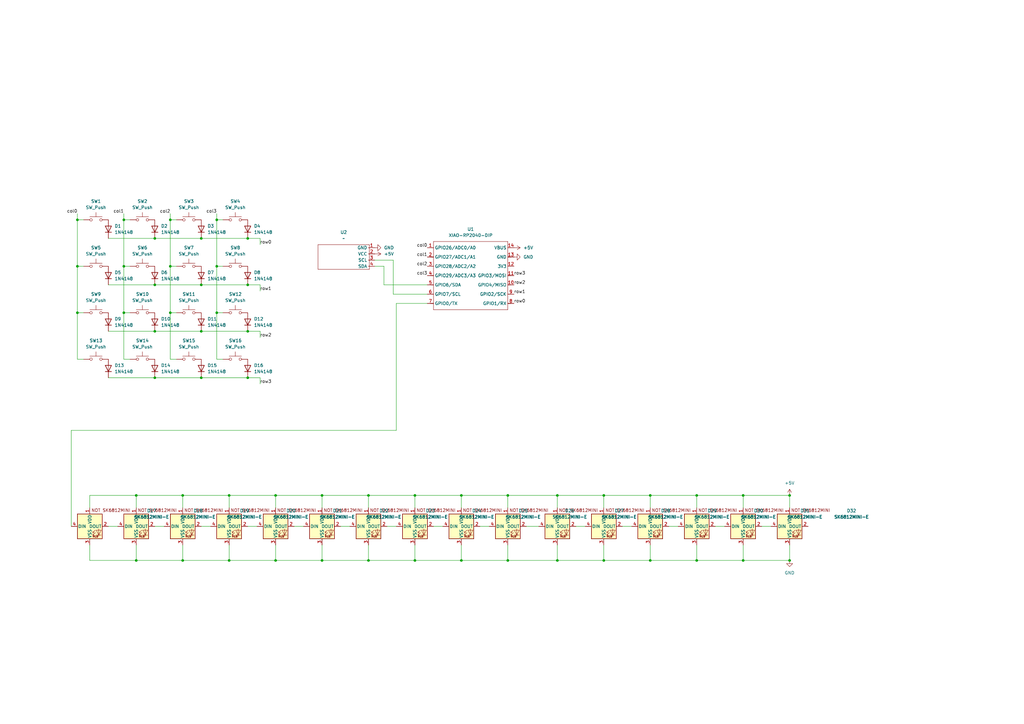
<source format=kicad_sch>
(kicad_sch
	(version 20250114)
	(generator "eeschema")
	(generator_version "9.0")
	(uuid "a80e6e54-ff50-4d73-abfe-1cf12d4ab509")
	(paper "A3")
	(lib_symbols
		(symbol "Diode:1N4148"
			(pin_numbers
				(hide yes)
			)
			(pin_names
				(hide yes)
			)
			(exclude_from_sim no)
			(in_bom yes)
			(on_board yes)
			(property "Reference" "D"
				(at 0 2.54 0)
				(effects
					(font
						(size 1.27 1.27)
					)
				)
			)
			(property "Value" "1N4148"
				(at 0 -2.54 0)
				(effects
					(font
						(size 1.27 1.27)
					)
				)
			)
			(property "Footprint" "Diode_THT:D_DO-35_SOD27_P7.62mm_Horizontal"
				(at 0 0 0)
				(effects
					(font
						(size 1.27 1.27)
					)
					(hide yes)
				)
			)
			(property "Datasheet" "https://assets.nexperia.com/documents/data-sheet/1N4148_1N4448.pdf"
				(at 0 0 0)
				(effects
					(font
						(size 1.27 1.27)
					)
					(hide yes)
				)
			)
			(property "Description" "100V 0.15A standard switching diode, DO-35"
				(at 0 0 0)
				(effects
					(font
						(size 1.27 1.27)
					)
					(hide yes)
				)
			)
			(property "Sim.Device" "D"
				(at 0 0 0)
				(effects
					(font
						(size 1.27 1.27)
					)
					(hide yes)
				)
			)
			(property "Sim.Pins" "1=K 2=A"
				(at 0 0 0)
				(effects
					(font
						(size 1.27 1.27)
					)
					(hide yes)
				)
			)
			(property "ki_keywords" "diode"
				(at 0 0 0)
				(effects
					(font
						(size 1.27 1.27)
					)
					(hide yes)
				)
			)
			(property "ki_fp_filters" "D*DO?35*"
				(at 0 0 0)
				(effects
					(font
						(size 1.27 1.27)
					)
					(hide yes)
				)
			)
			(symbol "1N4148_0_1"
				(polyline
					(pts
						(xy -1.27 1.27) (xy -1.27 -1.27)
					)
					(stroke
						(width 0.254)
						(type default)
					)
					(fill
						(type none)
					)
				)
				(polyline
					(pts
						(xy 1.27 1.27) (xy 1.27 -1.27) (xy -1.27 0) (xy 1.27 1.27)
					)
					(stroke
						(width 0.254)
						(type default)
					)
					(fill
						(type none)
					)
				)
				(polyline
					(pts
						(xy 1.27 0) (xy -1.27 0)
					)
					(stroke
						(width 0)
						(type default)
					)
					(fill
						(type none)
					)
				)
			)
			(symbol "1N4148_1_1"
				(pin passive line
					(at -3.81 0 0)
					(length 2.54)
					(name "K"
						(effects
							(font
								(size 1.27 1.27)
							)
						)
					)
					(number "1"
						(effects
							(font
								(size 1.27 1.27)
							)
						)
					)
				)
				(pin passive line
					(at 3.81 0 180)
					(length 2.54)
					(name "A"
						(effects
							(font
								(size 1.27 1.27)
							)
						)
					)
					(number "2"
						(effects
							(font
								(size 1.27 1.27)
							)
						)
					)
				)
			)
			(embedded_fonts no)
		)
		(symbol "LED:SK6812MINI-E"
			(pin_names
				(offset 0.254)
			)
			(exclude_from_sim no)
			(in_bom yes)
			(on_board yes)
			(property "Reference" "D"
				(at -3.556 5.842 0)
				(effects
					(font
						(size 1.27 1.27)
					)
					(justify right bottom)
				)
			)
			(property "Value" "SK6812MINI-E"
				(at 1.27 -5.715 0)
				(effects
					(font
						(size 1.27 1.27)
						(thickness 0.254)
						(bold yes)
					)
					(justify left top)
				)
			)
			(property "Footprint" "SK6812MINI-E - 3.2x2.8x1.78mm"
				(at 1.27 -7.62 0)
				(effects
					(font
						(size 1.27 1.27)
					)
					(justify left top)
					(hide yes)
				)
			)
			(property "Datasheet" "https://cdn-shop.adafruit.com/product-files/4960/4960_SK6812MINI-E_REV02_EN.pdf"
				(at 2.54 -9.525 0)
				(effects
					(font
						(size 1.27 1.27)
					)
					(justify left top)
					(hide yes)
				)
			)
			(property "Description" "RGB LED with integrated controller"
				(at 0 0 0)
				(effects
					(font
						(size 1.27 1.27)
					)
					(hide yes)
				)
			)
			(property "ki_keywords" "RGB LED NeoPixel Mini addressable"
				(at 0 0 0)
				(effects
					(font
						(size 1.27 1.27)
					)
					(hide yes)
				)
			)
			(property "ki_fp_filters" "LED*SK6812MINI*PLCC*3.5x3.5mm*P1.75mm*"
				(at 0 0 0)
				(effects
					(font
						(size 1.27 1.27)
					)
					(hide yes)
				)
			)
			(symbol "SK6812MINI-E_0_0"
				(text "RGB"
					(at 2.286 -4.191 0)
					(effects
						(font
							(size 0.762 0.762)
						)
					)
				)
			)
			(symbol "SK6812MINI-E_0_1"
				(rectangle
					(start -5.08 5.08)
					(end 5.08 -5.08)
					(stroke
						(width 0.254)
						(type default)
					)
					(fill
						(type background)
					)
				)
				(polyline
					(pts
						(xy 1.27 -2.54) (xy 1.778 -2.54)
					)
					(stroke
						(width 0)
						(type default)
					)
					(fill
						(type none)
					)
				)
				(polyline
					(pts
						(xy 1.27 -3.556) (xy 1.778 -3.556)
					)
					(stroke
						(width 0)
						(type default)
					)
					(fill
						(type none)
					)
				)
				(polyline
					(pts
						(xy 2.286 -1.524) (xy 1.27 -2.54) (xy 1.27 -2.032)
					)
					(stroke
						(width 0)
						(type default)
					)
					(fill
						(type none)
					)
				)
				(polyline
					(pts
						(xy 2.286 -2.54) (xy 1.27 -3.556) (xy 1.27 -3.048)
					)
					(stroke
						(width 0)
						(type default)
					)
					(fill
						(type none)
					)
				)
				(polyline
					(pts
						(xy 3.683 -1.016) (xy 3.683 -3.556) (xy 3.683 -4.064)
					)
					(stroke
						(width 0)
						(type default)
					)
					(fill
						(type none)
					)
				)
				(polyline
					(pts
						(xy 4.699 -1.524) (xy 2.667 -1.524) (xy 3.683 -3.556) (xy 4.699 -1.524)
					)
					(stroke
						(width 0)
						(type default)
					)
					(fill
						(type none)
					)
				)
				(polyline
					(pts
						(xy 4.699 -3.556) (xy 2.667 -3.556)
					)
					(stroke
						(width 0)
						(type default)
					)
					(fill
						(type none)
					)
				)
			)
			(symbol "SK6812MINI-E_1_1"
				(text "NOT SK6812MINI"
					(at 8.636 6.604 0)
					(effects
						(font
							(size 1.27 1.27)
						)
					)
				)
				(pin input line
					(at -7.62 0 0)
					(length 2.54)
					(name "DIN"
						(effects
							(font
								(size 1.27 1.27)
							)
						)
					)
					(number "4"
						(effects
							(font
								(size 1.27 1.27)
							)
						)
					)
				)
				(pin power_in line
					(at 0 7.62 270)
					(length 2.54)
					(name "VDD"
						(effects
							(font
								(size 1.27 1.27)
							)
						)
					)
					(number "1"
						(effects
							(font
								(size 1.27 1.27)
							)
						)
					)
				)
				(pin power_in line
					(at 0 -7.62 90)
					(length 2.54)
					(name "VSS"
						(effects
							(font
								(size 1.27 1.27)
							)
						)
					)
					(number "3"
						(effects
							(font
								(size 1.27 1.27)
							)
						)
					)
				)
				(pin output line
					(at 7.62 0 180)
					(length 2.54)
					(name "DOUT"
						(effects
							(font
								(size 1.27 1.27)
							)
						)
					)
					(number "2"
						(effects
							(font
								(size 1.27 1.27)
							)
						)
					)
				)
			)
			(embedded_fonts no)
		)
		(symbol "OLED:OLED"
			(exclude_from_sim no)
			(in_bom yes)
			(on_board yes)
			(property "Reference" "U1"
				(at 0 0 0)
				(effects
					(font
						(size 1.27 1.27)
					)
				)
			)
			(property "Value" ""
				(at 0 0 0)
				(effects
					(font
						(size 1.27 1.27)
					)
				)
			)
			(property "Footprint" ""
				(at 0 0 0)
				(effects
					(font
						(size 1.27 1.27)
					)
					(hide yes)
				)
			)
			(property "Datasheet" ""
				(at 0 0 0)
				(effects
					(font
						(size 1.27 1.27)
					)
					(hide yes)
				)
			)
			(property "Description" ""
				(at 0 0 0)
				(effects
					(font
						(size 1.27 1.27)
					)
					(hide yes)
				)
			)
			(symbol "OLED_0_1"
				(rectangle
					(start -10.541 5.08)
					(end 10.541 -5.08)
					(stroke
						(width 0)
						(type default)
					)
					(fill
						(type none)
					)
				)
			)
			(symbol "OLED_1_0"
				(pin bidirectional line
					(at -12.7 3.81 0)
					(length 2.54)
					(name "SDA"
						(effects
							(font
								(size 1.27 1.27)
							)
						)
					)
					(number "4"
						(effects
							(font
								(size 1.27 1.27)
							)
						)
					)
				)
				(pin input line
					(at -12.7 1.27 0)
					(length 2.54)
					(name "SCL"
						(effects
							(font
								(size 1.27 1.27)
							)
						)
					)
					(number "3"
						(effects
							(font
								(size 1.27 1.27)
							)
						)
					)
				)
				(pin power_in line
					(at -12.7 -1.27 0)
					(length 2.54)
					(name "VCC"
						(effects
							(font
								(size 1.27 1.27)
							)
						)
					)
					(number "2"
						(effects
							(font
								(size 1.27 1.27)
							)
						)
					)
				)
				(pin power_in line
					(at -12.7 -3.81 0)
					(length 2.54)
					(name "GND"
						(effects
							(font
								(size 1.27 1.27)
							)
						)
					)
					(number "1"
						(effects
							(font
								(size 1.27 1.27)
							)
						)
					)
				)
			)
			(embedded_fonts no)
		)
		(symbol "OPL:XIAO-RP2040-DIP"
			(exclude_from_sim no)
			(in_bom yes)
			(on_board yes)
			(property "Reference" "U"
				(at 0 0 0)
				(effects
					(font
						(size 1.27 1.27)
					)
				)
			)
			(property "Value" "XIAO-RP2040-DIP"
				(at 5.334 -1.778 0)
				(effects
					(font
						(size 1.27 1.27)
					)
				)
			)
			(property "Footprint" "Module:MOUDLE14P-XIAO-DIP-SMD"
				(at 14.478 -32.258 0)
				(effects
					(font
						(size 1.27 1.27)
					)
					(hide yes)
				)
			)
			(property "Datasheet" ""
				(at 0 0 0)
				(effects
					(font
						(size 1.27 1.27)
					)
					(hide yes)
				)
			)
			(property "Description" ""
				(at 0 0 0)
				(effects
					(font
						(size 1.27 1.27)
					)
					(hide yes)
				)
			)
			(symbol "XIAO-RP2040-DIP_1_0"
				(polyline
					(pts
						(xy -1.27 -2.54) (xy 29.21 -2.54)
					)
					(stroke
						(width 0.1524)
						(type solid)
					)
					(fill
						(type none)
					)
				)
				(polyline
					(pts
						(xy -1.27 -5.08) (xy -2.54 -5.08)
					)
					(stroke
						(width 0.1524)
						(type solid)
					)
					(fill
						(type none)
					)
				)
				(polyline
					(pts
						(xy -1.27 -5.08) (xy -1.27 -2.54)
					)
					(stroke
						(width 0.1524)
						(type solid)
					)
					(fill
						(type none)
					)
				)
				(polyline
					(pts
						(xy -1.27 -8.89) (xy -2.54 -8.89)
					)
					(stroke
						(width 0.1524)
						(type solid)
					)
					(fill
						(type none)
					)
				)
				(polyline
					(pts
						(xy -1.27 -8.89) (xy -1.27 -5.08)
					)
					(stroke
						(width 0.1524)
						(type solid)
					)
					(fill
						(type none)
					)
				)
				(polyline
					(pts
						(xy -1.27 -12.7) (xy -2.54 -12.7)
					)
					(stroke
						(width 0.1524)
						(type solid)
					)
					(fill
						(type none)
					)
				)
				(polyline
					(pts
						(xy -1.27 -12.7) (xy -1.27 -8.89)
					)
					(stroke
						(width 0.1524)
						(type solid)
					)
					(fill
						(type none)
					)
				)
				(polyline
					(pts
						(xy -1.27 -16.51) (xy -2.54 -16.51)
					)
					(stroke
						(width 0.1524)
						(type solid)
					)
					(fill
						(type none)
					)
				)
				(polyline
					(pts
						(xy -1.27 -16.51) (xy -1.27 -12.7)
					)
					(stroke
						(width 0.1524)
						(type solid)
					)
					(fill
						(type none)
					)
				)
				(polyline
					(pts
						(xy -1.27 -20.32) (xy -2.54 -20.32)
					)
					(stroke
						(width 0.1524)
						(type solid)
					)
					(fill
						(type none)
					)
				)
				(polyline
					(pts
						(xy -1.27 -24.13) (xy -2.54 -24.13)
					)
					(stroke
						(width 0.1524)
						(type solid)
					)
					(fill
						(type none)
					)
				)
				(polyline
					(pts
						(xy -1.27 -27.94) (xy -2.54 -27.94)
					)
					(stroke
						(width 0.1524)
						(type solid)
					)
					(fill
						(type none)
					)
				)
				(polyline
					(pts
						(xy -1.27 -30.48) (xy -1.27 -16.51)
					)
					(stroke
						(width 0.1524)
						(type solid)
					)
					(fill
						(type none)
					)
				)
				(polyline
					(pts
						(xy 29.21 -2.54) (xy 29.21 -5.08)
					)
					(stroke
						(width 0.1524)
						(type solid)
					)
					(fill
						(type none)
					)
				)
				(polyline
					(pts
						(xy 29.21 -5.08) (xy 29.21 -8.89)
					)
					(stroke
						(width 0.1524)
						(type solid)
					)
					(fill
						(type none)
					)
				)
				(polyline
					(pts
						(xy 29.21 -8.89) (xy 29.21 -12.7)
					)
					(stroke
						(width 0.1524)
						(type solid)
					)
					(fill
						(type none)
					)
				)
				(polyline
					(pts
						(xy 29.21 -12.7) (xy 29.21 -30.48)
					)
					(stroke
						(width 0.1524)
						(type solid)
					)
					(fill
						(type none)
					)
				)
				(polyline
					(pts
						(xy 29.21 -30.48) (xy -1.27 -30.48)
					)
					(stroke
						(width 0.1524)
						(type solid)
					)
					(fill
						(type none)
					)
				)
				(polyline
					(pts
						(xy 30.48 -5.08) (xy 29.21 -5.08)
					)
					(stroke
						(width 0.1524)
						(type solid)
					)
					(fill
						(type none)
					)
				)
				(polyline
					(pts
						(xy 30.48 -8.89) (xy 29.21 -8.89)
					)
					(stroke
						(width 0.1524)
						(type solid)
					)
					(fill
						(type none)
					)
				)
				(polyline
					(pts
						(xy 30.48 -12.7) (xy 29.21 -12.7)
					)
					(stroke
						(width 0.1524)
						(type solid)
					)
					(fill
						(type none)
					)
				)
				(polyline
					(pts
						(xy 30.48 -16.51) (xy 29.21 -16.51)
					)
					(stroke
						(width 0.1524)
						(type solid)
					)
					(fill
						(type none)
					)
				)
				(polyline
					(pts
						(xy 30.48 -20.32) (xy 29.21 -20.32)
					)
					(stroke
						(width 0.1524)
						(type solid)
					)
					(fill
						(type none)
					)
				)
				(polyline
					(pts
						(xy 30.48 -24.13) (xy 29.21 -24.13)
					)
					(stroke
						(width 0.1524)
						(type solid)
					)
					(fill
						(type none)
					)
				)
				(polyline
					(pts
						(xy 30.48 -27.94) (xy 29.21 -27.94)
					)
					(stroke
						(width 0.1524)
						(type solid)
					)
					(fill
						(type none)
					)
				)
				(pin passive line
					(at -3.81 -5.08 0)
					(length 2.54)
					(name "GPIO26/ADC0/A0"
						(effects
							(font
								(size 1.27 1.27)
							)
						)
					)
					(number "1"
						(effects
							(font
								(size 1.27 1.27)
							)
						)
					)
				)
				(pin passive line
					(at -3.81 -8.89 0)
					(length 2.54)
					(name "GPIO27/ADC1/A1"
						(effects
							(font
								(size 1.27 1.27)
							)
						)
					)
					(number "2"
						(effects
							(font
								(size 1.27 1.27)
							)
						)
					)
				)
				(pin passive line
					(at -3.81 -12.7 0)
					(length 2.54)
					(name "GPIO28/ADC2/A2"
						(effects
							(font
								(size 1.27 1.27)
							)
						)
					)
					(number "3"
						(effects
							(font
								(size 1.27 1.27)
							)
						)
					)
				)
				(pin passive line
					(at -3.81 -16.51 0)
					(length 2.54)
					(name "GPIO29/ADC3/A3"
						(effects
							(font
								(size 1.27 1.27)
							)
						)
					)
					(number "4"
						(effects
							(font
								(size 1.27 1.27)
							)
						)
					)
				)
				(pin passive line
					(at -3.81 -20.32 0)
					(length 2.54)
					(name "GPIO6/SDA"
						(effects
							(font
								(size 1.27 1.27)
							)
						)
					)
					(number "5"
						(effects
							(font
								(size 1.27 1.27)
							)
						)
					)
				)
				(pin passive line
					(at -3.81 -24.13 0)
					(length 2.54)
					(name "GPIO7/SCL"
						(effects
							(font
								(size 1.27 1.27)
							)
						)
					)
					(number "6"
						(effects
							(font
								(size 1.27 1.27)
							)
						)
					)
				)
				(pin passive line
					(at -3.81 -27.94 0)
					(length 2.54)
					(name "GPIO0/TX"
						(effects
							(font
								(size 1.27 1.27)
							)
						)
					)
					(number "7"
						(effects
							(font
								(size 1.27 1.27)
							)
						)
					)
				)
				(pin passive line
					(at 31.75 -5.08 180)
					(length 2.54)
					(name "VBUS"
						(effects
							(font
								(size 1.27 1.27)
							)
						)
					)
					(number "14"
						(effects
							(font
								(size 1.27 1.27)
							)
						)
					)
				)
				(pin passive line
					(at 31.75 -8.89 180)
					(length 2.54)
					(name "GND"
						(effects
							(font
								(size 1.27 1.27)
							)
						)
					)
					(number "13"
						(effects
							(font
								(size 1.27 1.27)
							)
						)
					)
				)
				(pin passive line
					(at 31.75 -12.7 180)
					(length 2.54)
					(name "3V3"
						(effects
							(font
								(size 1.27 1.27)
							)
						)
					)
					(number "12"
						(effects
							(font
								(size 1.27 1.27)
							)
						)
					)
				)
				(pin passive line
					(at 31.75 -16.51 180)
					(length 2.54)
					(name "GPIO3/MOSI"
						(effects
							(font
								(size 1.27 1.27)
							)
						)
					)
					(number "11"
						(effects
							(font
								(size 1.27 1.27)
							)
						)
					)
				)
				(pin passive line
					(at 31.75 -20.32 180)
					(length 2.54)
					(name "GPIO4/MISO"
						(effects
							(font
								(size 1.27 1.27)
							)
						)
					)
					(number "10"
						(effects
							(font
								(size 1.27 1.27)
							)
						)
					)
				)
				(pin passive line
					(at 31.75 -24.13 180)
					(length 2.54)
					(name "GPIO2/SCK"
						(effects
							(font
								(size 1.27 1.27)
							)
						)
					)
					(number "9"
						(effects
							(font
								(size 1.27 1.27)
							)
						)
					)
				)
				(pin passive line
					(at 31.75 -27.94 180)
					(length 2.54)
					(name "GPIO1/RX"
						(effects
							(font
								(size 1.27 1.27)
							)
						)
					)
					(number "8"
						(effects
							(font
								(size 1.27 1.27)
							)
						)
					)
				)
			)
			(embedded_fonts no)
		)
		(symbol "Switch:SW_Push"
			(pin_numbers
				(hide yes)
			)
			(pin_names
				(offset 1.016)
				(hide yes)
			)
			(exclude_from_sim no)
			(in_bom yes)
			(on_board yes)
			(property "Reference" "SW"
				(at 1.27 2.54 0)
				(effects
					(font
						(size 1.27 1.27)
					)
					(justify left)
				)
			)
			(property "Value" "SW_Push"
				(at 0 -1.524 0)
				(effects
					(font
						(size 1.27 1.27)
					)
				)
			)
			(property "Footprint" ""
				(at 0 5.08 0)
				(effects
					(font
						(size 1.27 1.27)
					)
					(hide yes)
				)
			)
			(property "Datasheet" "~"
				(at 0 5.08 0)
				(effects
					(font
						(size 1.27 1.27)
					)
					(hide yes)
				)
			)
			(property "Description" "Push button switch, generic, two pins"
				(at 0 0 0)
				(effects
					(font
						(size 1.27 1.27)
					)
					(hide yes)
				)
			)
			(property "ki_keywords" "switch normally-open pushbutton push-button"
				(at 0 0 0)
				(effects
					(font
						(size 1.27 1.27)
					)
					(hide yes)
				)
			)
			(symbol "SW_Push_0_1"
				(circle
					(center -2.032 0)
					(radius 0.508)
					(stroke
						(width 0)
						(type default)
					)
					(fill
						(type none)
					)
				)
				(polyline
					(pts
						(xy 0 1.27) (xy 0 3.048)
					)
					(stroke
						(width 0)
						(type default)
					)
					(fill
						(type none)
					)
				)
				(circle
					(center 2.032 0)
					(radius 0.508)
					(stroke
						(width 0)
						(type default)
					)
					(fill
						(type none)
					)
				)
				(polyline
					(pts
						(xy 2.54 1.27) (xy -2.54 1.27)
					)
					(stroke
						(width 0)
						(type default)
					)
					(fill
						(type none)
					)
				)
				(pin passive line
					(at -5.08 0 0)
					(length 2.54)
					(name "1"
						(effects
							(font
								(size 1.27 1.27)
							)
						)
					)
					(number "1"
						(effects
							(font
								(size 1.27 1.27)
							)
						)
					)
				)
				(pin passive line
					(at 5.08 0 180)
					(length 2.54)
					(name "2"
						(effects
							(font
								(size 1.27 1.27)
							)
						)
					)
					(number "2"
						(effects
							(font
								(size 1.27 1.27)
							)
						)
					)
				)
			)
			(embedded_fonts no)
		)
		(symbol "power:+5V"
			(power)
			(pin_numbers
				(hide yes)
			)
			(pin_names
				(offset 0)
				(hide yes)
			)
			(exclude_from_sim no)
			(in_bom yes)
			(on_board yes)
			(property "Reference" "#PWR"
				(at 0 -3.81 0)
				(effects
					(font
						(size 1.27 1.27)
					)
					(hide yes)
				)
			)
			(property "Value" "+5V"
				(at 0 3.556 0)
				(effects
					(font
						(size 1.27 1.27)
					)
				)
			)
			(property "Footprint" ""
				(at 0 0 0)
				(effects
					(font
						(size 1.27 1.27)
					)
					(hide yes)
				)
			)
			(property "Datasheet" ""
				(at 0 0 0)
				(effects
					(font
						(size 1.27 1.27)
					)
					(hide yes)
				)
			)
			(property "Description" "Power symbol creates a global label with name \"+5V\""
				(at 0 0 0)
				(effects
					(font
						(size 1.27 1.27)
					)
					(hide yes)
				)
			)
			(property "ki_keywords" "global power"
				(at 0 0 0)
				(effects
					(font
						(size 1.27 1.27)
					)
					(hide yes)
				)
			)
			(symbol "+5V_0_1"
				(polyline
					(pts
						(xy -0.762 1.27) (xy 0 2.54)
					)
					(stroke
						(width 0)
						(type default)
					)
					(fill
						(type none)
					)
				)
				(polyline
					(pts
						(xy 0 2.54) (xy 0.762 1.27)
					)
					(stroke
						(width 0)
						(type default)
					)
					(fill
						(type none)
					)
				)
				(polyline
					(pts
						(xy 0 0) (xy 0 2.54)
					)
					(stroke
						(width 0)
						(type default)
					)
					(fill
						(type none)
					)
				)
			)
			(symbol "+5V_1_1"
				(pin power_in line
					(at 0 0 90)
					(length 0)
					(name "~"
						(effects
							(font
								(size 1.27 1.27)
							)
						)
					)
					(number "1"
						(effects
							(font
								(size 1.27 1.27)
							)
						)
					)
				)
			)
			(embedded_fonts no)
		)
		(symbol "power:GND"
			(power)
			(pin_numbers
				(hide yes)
			)
			(pin_names
				(offset 0)
				(hide yes)
			)
			(exclude_from_sim no)
			(in_bom yes)
			(on_board yes)
			(property "Reference" "#PWR"
				(at 0 -6.35 0)
				(effects
					(font
						(size 1.27 1.27)
					)
					(hide yes)
				)
			)
			(property "Value" "GND"
				(at 0 -3.81 0)
				(effects
					(font
						(size 1.27 1.27)
					)
				)
			)
			(property "Footprint" ""
				(at 0 0 0)
				(effects
					(font
						(size 1.27 1.27)
					)
					(hide yes)
				)
			)
			(property "Datasheet" ""
				(at 0 0 0)
				(effects
					(font
						(size 1.27 1.27)
					)
					(hide yes)
				)
			)
			(property "Description" "Power symbol creates a global label with name \"GND\" , ground"
				(at 0 0 0)
				(effects
					(font
						(size 1.27 1.27)
					)
					(hide yes)
				)
			)
			(property "ki_keywords" "global power"
				(at 0 0 0)
				(effects
					(font
						(size 1.27 1.27)
					)
					(hide yes)
				)
			)
			(symbol "GND_0_1"
				(polyline
					(pts
						(xy 0 0) (xy 0 -1.27) (xy 1.27 -1.27) (xy 0 -2.54) (xy -1.27 -1.27) (xy 0 -1.27)
					)
					(stroke
						(width 0)
						(type default)
					)
					(fill
						(type none)
					)
				)
			)
			(symbol "GND_1_1"
				(pin power_in line
					(at 0 0 270)
					(length 0)
					(name "~"
						(effects
							(font
								(size 1.27 1.27)
							)
						)
					)
					(number "1"
						(effects
							(font
								(size 1.27 1.27)
							)
						)
					)
				)
			)
			(embedded_fonts no)
		)
	)
	(junction
		(at 208.28 229.87)
		(diameter 0)
		(color 0 0 0 0)
		(uuid "01ce8c59-2358-45dc-833f-0e676843a39b")
	)
	(junction
		(at 113.03 229.87)
		(diameter 0)
		(color 0 0 0 0)
		(uuid "045e8025-3361-4a34-b8ff-919f9be0ef05")
	)
	(junction
		(at 189.23 229.87)
		(diameter 0)
		(color 0 0 0 0)
		(uuid "12586a48-0a17-424f-9f1a-bf299af9f40e")
	)
	(junction
		(at 31.75 90.17)
		(diameter 0)
		(color 0 0 0 0)
		(uuid "1a659ad9-cada-4d52-b883-198eb320cc1d")
	)
	(junction
		(at 69.85 90.17)
		(diameter 0)
		(color 0 0 0 0)
		(uuid "206e1dd9-cb99-47e5-ad8b-61a836ada95c")
	)
	(junction
		(at 170.18 203.2)
		(diameter 0)
		(color 0 0 0 0)
		(uuid "215f722d-2801-457a-8c46-b8cfc87267f3")
	)
	(junction
		(at 74.93 229.87)
		(diameter 0)
		(color 0 0 0 0)
		(uuid "29964cf0-acfc-4d96-b81a-9f2b673ce42d")
	)
	(junction
		(at 50.8 109.22)
		(diameter 0)
		(color 0 0 0 0)
		(uuid "327c7687-3eaa-44ea-8b72-05f6a75b94af")
	)
	(junction
		(at 88.9 90.17)
		(diameter 0)
		(color 0 0 0 0)
		(uuid "3ba7c8cd-0e78-4442-a9a0-17c6e35021b1")
	)
	(junction
		(at 88.9 109.22)
		(diameter 0)
		(color 0 0 0 0)
		(uuid "3cb49372-48b7-4176-bb24-75f299dae6be")
	)
	(junction
		(at 323.85 229.87)
		(diameter 0)
		(color 0 0 0 0)
		(uuid "3e8db1f0-1c59-4360-99ed-60309027b96c")
	)
	(junction
		(at 82.55 116.84)
		(diameter 0)
		(color 0 0 0 0)
		(uuid "40a7f561-ff0b-4e06-b548-da1b132ed6cd")
	)
	(junction
		(at 247.65 229.87)
		(diameter 0)
		(color 0 0 0 0)
		(uuid "437f42cb-252c-4b1d-921a-b0d9a10c4ae5")
	)
	(junction
		(at 63.5 154.94)
		(diameter 0)
		(color 0 0 0 0)
		(uuid "47530c1a-599f-4a16-80eb-1e4ec4256685")
	)
	(junction
		(at 151.13 229.87)
		(diameter 0)
		(color 0 0 0 0)
		(uuid "4d0582b6-d85a-4801-a27b-c22f3a8552b4")
	)
	(junction
		(at 101.6 135.89)
		(diameter 0)
		(color 0 0 0 0)
		(uuid "54dba8e9-45cc-47a4-a265-4273a6c8524e")
	)
	(junction
		(at 247.65 203.2)
		(diameter 0)
		(color 0 0 0 0)
		(uuid "591d17a0-6be7-4e21-9f49-177720f8711c")
	)
	(junction
		(at 63.5 135.89)
		(diameter 0)
		(color 0 0 0 0)
		(uuid "5a2a3204-e7ec-48c6-bc44-cc279d8bd58e")
	)
	(junction
		(at 82.55 154.94)
		(diameter 0)
		(color 0 0 0 0)
		(uuid "5d7393bd-9351-4703-b05a-3f72d6073fa8")
	)
	(junction
		(at 93.98 203.2)
		(diameter 0)
		(color 0 0 0 0)
		(uuid "64df87d2-c4ce-499e-9cba-2cf7bfc68a1f")
	)
	(junction
		(at 101.6 154.94)
		(diameter 0)
		(color 0 0 0 0)
		(uuid "74911d7c-6a0c-40c8-9aec-e10838c40472")
	)
	(junction
		(at 132.08 203.2)
		(diameter 0)
		(color 0 0 0 0)
		(uuid "791ecd32-f1d2-4955-b023-33f5d8f81d52")
	)
	(junction
		(at 50.8 90.17)
		(diameter 0)
		(color 0 0 0 0)
		(uuid "7a7b52be-c85d-439d-997b-50c7f30aa0c1")
	)
	(junction
		(at 285.75 229.87)
		(diameter 0)
		(color 0 0 0 0)
		(uuid "7c38efd1-2a7e-4a85-b799-2c8ca287a7d2")
	)
	(junction
		(at 285.75 203.2)
		(diameter 0)
		(color 0 0 0 0)
		(uuid "7ce0c222-81b5-4d3f-ac9a-ca3bdf093bca")
	)
	(junction
		(at 55.88 203.2)
		(diameter 0)
		(color 0 0 0 0)
		(uuid "7e19a77a-8ec5-4bb6-aaeb-cd544be0f0b3")
	)
	(junction
		(at 69.85 128.27)
		(diameter 0)
		(color 0 0 0 0)
		(uuid "840816bb-609e-4f86-b327-a7bb9b3bc74e")
	)
	(junction
		(at 31.75 109.22)
		(diameter 0)
		(color 0 0 0 0)
		(uuid "89a5c1db-fad3-49d4-8838-4a9fa898fe47")
	)
	(junction
		(at 323.85 203.2)
		(diameter 0)
		(color 0 0 0 0)
		(uuid "8d227708-1cdf-4b44-b86b-5ca059829fac")
	)
	(junction
		(at 82.55 97.79)
		(diameter 0)
		(color 0 0 0 0)
		(uuid "8f2bb4c9-5d4d-4321-82e5-604d445b599f")
	)
	(junction
		(at 208.28 203.2)
		(diameter 0)
		(color 0 0 0 0)
		(uuid "90db478d-576c-44e9-a697-d42a110a7e1a")
	)
	(junction
		(at 63.5 116.84)
		(diameter 0)
		(color 0 0 0 0)
		(uuid "96b66c1b-4d04-4ea0-ba7f-668ad029e3c9")
	)
	(junction
		(at 189.23 203.2)
		(diameter 0)
		(color 0 0 0 0)
		(uuid "99ebf55d-a83b-4554-88cf-cb20bd1c091d")
	)
	(junction
		(at 304.8 203.2)
		(diameter 0)
		(color 0 0 0 0)
		(uuid "a9761272-8d23-44ea-b445-6d0e76352cea")
	)
	(junction
		(at 101.6 97.79)
		(diameter 0)
		(color 0 0 0 0)
		(uuid "ac170d85-3132-41c4-bab5-e1bbf1778730")
	)
	(junction
		(at 74.93 203.2)
		(diameter 0)
		(color 0 0 0 0)
		(uuid "ac7132f6-8f77-4308-944c-7364631823b4")
	)
	(junction
		(at 266.7 229.87)
		(diameter 0)
		(color 0 0 0 0)
		(uuid "b8aabc33-4862-411e-baa0-ee406b0767d2")
	)
	(junction
		(at 82.55 135.89)
		(diameter 0)
		(color 0 0 0 0)
		(uuid "bbb4b484-4868-446a-8ee6-7d633f75609e")
	)
	(junction
		(at 304.8 229.87)
		(diameter 0)
		(color 0 0 0 0)
		(uuid "c7bc443c-aeeb-45b7-b8ed-7563da17392d")
	)
	(junction
		(at 228.6 203.2)
		(diameter 0)
		(color 0 0 0 0)
		(uuid "cd005842-9bf6-4d66-ac89-a27749136474")
	)
	(junction
		(at 170.18 229.87)
		(diameter 0)
		(color 0 0 0 0)
		(uuid "cf40aef0-4898-45cb-b718-4ed7e00becc4")
	)
	(junction
		(at 228.6 229.87)
		(diameter 0)
		(color 0 0 0 0)
		(uuid "d0f948c1-a463-4247-a0ea-7b79900a5e25")
	)
	(junction
		(at 93.98 229.87)
		(diameter 0)
		(color 0 0 0 0)
		(uuid "d35b0d9c-ffe0-4f03-be05-c5784de7dfbd")
	)
	(junction
		(at 113.03 203.2)
		(diameter 0)
		(color 0 0 0 0)
		(uuid "d37a609d-8285-48c6-83f4-1aa589038c24")
	)
	(junction
		(at 266.7 203.2)
		(diameter 0)
		(color 0 0 0 0)
		(uuid "d62d9d34-162f-4439-9c2e-7fda4dca7b68")
	)
	(junction
		(at 55.88 229.87)
		(diameter 0)
		(color 0 0 0 0)
		(uuid "dc86120d-0adf-476b-8f19-5ce41b93feec")
	)
	(junction
		(at 63.5 97.79)
		(diameter 0)
		(color 0 0 0 0)
		(uuid "dec3c1be-7fe7-4d38-95c2-4efd4423a15d")
	)
	(junction
		(at 69.85 109.22)
		(diameter 0)
		(color 0 0 0 0)
		(uuid "e13f5aa2-1c63-491f-8020-e7b15c146bde")
	)
	(junction
		(at 88.9 128.27)
		(diameter 0)
		(color 0 0 0 0)
		(uuid "eb171c33-55f0-4670-9d60-42c4762cd0e8")
	)
	(junction
		(at 50.8 128.27)
		(diameter 0)
		(color 0 0 0 0)
		(uuid "ee1f2864-c5d5-4b66-bd0e-31bb2a88555b")
	)
	(junction
		(at 151.13 203.2)
		(diameter 0)
		(color 0 0 0 0)
		(uuid "f007efd8-7025-4f59-ad9b-9f0c6feb5d1a")
	)
	(junction
		(at 31.75 128.27)
		(diameter 0)
		(color 0 0 0 0)
		(uuid "f067e535-bb6b-4f5b-9044-6ca0fbef5ce9")
	)
	(junction
		(at 101.6 116.84)
		(diameter 0)
		(color 0 0 0 0)
		(uuid "f7289074-ba8b-438f-bca7-63182f9b3179")
	)
	(junction
		(at 132.08 229.87)
		(diameter 0)
		(color 0 0 0 0)
		(uuid "facfbd18-2bdb-4abd-899c-935d87fd39be")
	)
	(wire
		(pts
			(xy 170.18 229.87) (xy 170.18 223.52)
		)
		(stroke
			(width 0)
			(type default)
		)
		(uuid "010cc13d-e6a7-4820-bec3-01cd7be1fced")
	)
	(wire
		(pts
			(xy 31.75 147.32) (xy 34.29 147.32)
		)
		(stroke
			(width 0)
			(type default)
		)
		(uuid "024ae719-84ed-46f7-9141-7e2c91715c94")
	)
	(wire
		(pts
			(xy 285.75 229.87) (xy 285.75 223.52)
		)
		(stroke
			(width 0)
			(type default)
		)
		(uuid "048e9be4-c348-4a76-b1d0-0c454e65085a")
	)
	(wire
		(pts
			(xy 247.65 203.2) (xy 247.65 208.28)
		)
		(stroke
			(width 0)
			(type default)
		)
		(uuid "04e77cb9-8e18-40a5-8947-2e56c6aa04df")
	)
	(wire
		(pts
			(xy 228.6 203.2) (xy 228.6 208.28)
		)
		(stroke
			(width 0)
			(type default)
		)
		(uuid "089f7208-a37a-418f-913f-6522d0be2cc0")
	)
	(wire
		(pts
			(xy 106.68 97.79) (xy 101.6 97.79)
		)
		(stroke
			(width 0)
			(type default)
		)
		(uuid "08effa83-774f-41cb-978c-386724dc6b97")
	)
	(wire
		(pts
			(xy 236.22 215.9) (xy 240.03 215.9)
		)
		(stroke
			(width 0)
			(type default)
		)
		(uuid "0ad8b92a-3218-4b95-9f03-38831cb1aaa4")
	)
	(wire
		(pts
			(xy 153.67 109.22) (xy 157.48 109.22)
		)
		(stroke
			(width 0)
			(type default)
		)
		(uuid "0bce2b2e-d3af-425a-9fc8-fa43e3bf7424")
	)
	(wire
		(pts
			(xy 215.9 215.9) (xy 220.98 215.9)
		)
		(stroke
			(width 0)
			(type default)
		)
		(uuid "0cf3f802-d6b3-4f77-a974-78f403ee54f0")
	)
	(wire
		(pts
			(xy 113.03 229.87) (xy 93.98 229.87)
		)
		(stroke
			(width 0)
			(type default)
		)
		(uuid "0d7f88b4-3157-4ccd-ad84-ffbc8be817a7")
	)
	(wire
		(pts
			(xy 74.93 203.2) (xy 93.98 203.2)
		)
		(stroke
			(width 0)
			(type default)
		)
		(uuid "0e70c9a2-55a6-4b9a-af1d-7223cae24e5f")
	)
	(wire
		(pts
			(xy 88.9 87.63) (xy 88.9 90.17)
		)
		(stroke
			(width 0)
			(type default)
		)
		(uuid "11288d66-ffe8-4778-8f0b-43a2a43d2698")
	)
	(wire
		(pts
			(xy 50.8 109.22) (xy 53.34 109.22)
		)
		(stroke
			(width 0)
			(type default)
		)
		(uuid "12952735-dcd6-4beb-b9a0-06773fb77547")
	)
	(wire
		(pts
			(xy 170.18 203.2) (xy 189.23 203.2)
		)
		(stroke
			(width 0)
			(type default)
		)
		(uuid "13155cb8-5613-4269-871a-0644944179c8")
	)
	(wire
		(pts
			(xy 161.29 106.68) (xy 161.29 120.65)
		)
		(stroke
			(width 0)
			(type default)
		)
		(uuid "1f0e224c-08bd-4ef5-8f0e-499f07878e47")
	)
	(wire
		(pts
			(xy 293.37 215.9) (xy 297.18 215.9)
		)
		(stroke
			(width 0)
			(type default)
		)
		(uuid "205f9511-b77d-4d4f-82f7-dc8ad1fcf685")
	)
	(wire
		(pts
			(xy 50.8 128.27) (xy 50.8 147.32)
		)
		(stroke
			(width 0)
			(type default)
		)
		(uuid "238974c4-6033-4ae6-806d-4f95fb3b422a")
	)
	(wire
		(pts
			(xy 132.08 229.87) (xy 113.03 229.87)
		)
		(stroke
			(width 0)
			(type default)
		)
		(uuid "23b0300e-adc9-4d95-9d75-4a4820d3bdf0")
	)
	(wire
		(pts
			(xy 106.68 116.84) (xy 101.6 116.84)
		)
		(stroke
			(width 0)
			(type default)
		)
		(uuid "242f4531-19e9-40f3-849c-d828a4aef028")
	)
	(wire
		(pts
			(xy 31.75 128.27) (xy 34.29 128.27)
		)
		(stroke
			(width 0)
			(type default)
		)
		(uuid "26df9fed-3d7b-4aef-b7df-dc73f1c1aed2")
	)
	(wire
		(pts
			(xy 63.5 97.79) (xy 82.55 97.79)
		)
		(stroke
			(width 0)
			(type default)
		)
		(uuid "27ff5a1c-9a57-42b6-a8ab-1a002f4ce80d")
	)
	(wire
		(pts
			(xy 274.32 215.9) (xy 278.13 215.9)
		)
		(stroke
			(width 0)
			(type default)
		)
		(uuid "2ab395d0-0b55-4bbd-b540-212b8007b935")
	)
	(wire
		(pts
			(xy 88.9 90.17) (xy 88.9 109.22)
		)
		(stroke
			(width 0)
			(type default)
		)
		(uuid "2e6b5ce7-f596-4848-a242-ef50557fc3bc")
	)
	(wire
		(pts
			(xy 31.75 90.17) (xy 34.29 90.17)
		)
		(stroke
			(width 0)
			(type default)
		)
		(uuid "2faa84f6-22bb-4f63-96b3-4729ca2b32d8")
	)
	(wire
		(pts
			(xy 161.29 120.65) (xy 175.26 120.65)
		)
		(stroke
			(width 0)
			(type default)
		)
		(uuid "340faf99-45b0-421e-8d99-77f3c0c9a6e3")
	)
	(wire
		(pts
			(xy 208.28 203.2) (xy 228.6 203.2)
		)
		(stroke
			(width 0)
			(type default)
		)
		(uuid "3534464f-4eba-4d95-afed-868e3347960b")
	)
	(wire
		(pts
			(xy 266.7 203.2) (xy 266.7 208.28)
		)
		(stroke
			(width 0)
			(type default)
		)
		(uuid "36c6a118-a9aa-41d2-b078-5d5771753901")
	)
	(wire
		(pts
			(xy 72.39 147.32) (xy 69.85 147.32)
		)
		(stroke
			(width 0)
			(type default)
		)
		(uuid "3968c8bd-5183-481b-8b4f-b603081d64ab")
	)
	(wire
		(pts
			(xy 266.7 203.2) (xy 285.75 203.2)
		)
		(stroke
			(width 0)
			(type default)
		)
		(uuid "3a81451d-609c-4eb5-9866-2723fea74733")
	)
	(wire
		(pts
			(xy 88.9 90.17) (xy 91.44 90.17)
		)
		(stroke
			(width 0)
			(type default)
		)
		(uuid "3ab2a098-639d-4548-b2d4-23538463838b")
	)
	(wire
		(pts
			(xy 50.8 90.17) (xy 50.8 109.22)
		)
		(stroke
			(width 0)
			(type default)
		)
		(uuid "3b89ce16-29fc-4675-bab9-fcda0576e864")
	)
	(wire
		(pts
			(xy 88.9 128.27) (xy 91.44 128.27)
		)
		(stroke
			(width 0)
			(type default)
		)
		(uuid "3ce4c67a-0c52-4d15-93fd-794741e212ad")
	)
	(wire
		(pts
			(xy 69.85 128.27) (xy 69.85 109.22)
		)
		(stroke
			(width 0)
			(type default)
		)
		(uuid "3cf7848c-ade6-4034-b1e4-e874bff6b143")
	)
	(wire
		(pts
			(xy 50.8 90.17) (xy 53.34 90.17)
		)
		(stroke
			(width 0)
			(type default)
		)
		(uuid "3e67fe3b-fd50-407f-bb07-85ffa1e8e007")
	)
	(wire
		(pts
			(xy 323.85 203.2) (xy 323.85 208.28)
		)
		(stroke
			(width 0)
			(type default)
		)
		(uuid "42426ebe-86a2-4945-b90c-0e5967b99f29")
	)
	(wire
		(pts
			(xy 31.75 109.22) (xy 31.75 128.27)
		)
		(stroke
			(width 0)
			(type default)
		)
		(uuid "4484b5c4-22bf-455f-af8b-245b3b29730e")
	)
	(wire
		(pts
			(xy 88.9 109.22) (xy 88.9 128.27)
		)
		(stroke
			(width 0)
			(type default)
		)
		(uuid "464f3e10-b882-4a88-a387-9d0199cae29b")
	)
	(wire
		(pts
			(xy 74.93 229.87) (xy 55.88 229.87)
		)
		(stroke
			(width 0)
			(type default)
		)
		(uuid "48177a84-46ed-4cab-b1b4-0a82a7b98ba7")
	)
	(wire
		(pts
			(xy 208.28 229.87) (xy 208.28 223.52)
		)
		(stroke
			(width 0)
			(type default)
		)
		(uuid "4b0f255c-461f-470b-9a85-d2fefc4b500f")
	)
	(wire
		(pts
			(xy 247.65 229.87) (xy 247.65 223.52)
		)
		(stroke
			(width 0)
			(type default)
		)
		(uuid "4b37194d-c68a-434d-a63c-e36d9b7eb740")
	)
	(wire
		(pts
			(xy 323.85 229.87) (xy 304.8 229.87)
		)
		(stroke
			(width 0)
			(type default)
		)
		(uuid "4fa0bebf-dff6-440b-ac37-77a76b16343e")
	)
	(wire
		(pts
			(xy 177.8 215.9) (xy 181.61 215.9)
		)
		(stroke
			(width 0)
			(type default)
		)
		(uuid "51e83735-7b8b-4da1-8ed4-33b154026a87")
	)
	(wire
		(pts
			(xy 31.75 87.63) (xy 31.75 90.17)
		)
		(stroke
			(width 0)
			(type default)
		)
		(uuid "523c89c6-ef02-4d19-b8b4-4e9f5c747ba2")
	)
	(wire
		(pts
			(xy 88.9 109.22) (xy 91.44 109.22)
		)
		(stroke
			(width 0)
			(type default)
		)
		(uuid "52904ab2-ad83-4e34-9fcf-605752ec06f1")
	)
	(wire
		(pts
			(xy 247.65 203.2) (xy 266.7 203.2)
		)
		(stroke
			(width 0)
			(type default)
		)
		(uuid "531ad6dd-a474-4676-b8e0-9bce3878466c")
	)
	(wire
		(pts
			(xy 36.83 203.2) (xy 55.88 203.2)
		)
		(stroke
			(width 0)
			(type default)
		)
		(uuid "5418284c-327d-4ae7-b063-65e67ad7b708")
	)
	(wire
		(pts
			(xy 189.23 229.87) (xy 170.18 229.87)
		)
		(stroke
			(width 0)
			(type default)
		)
		(uuid "563edd1e-0db3-445f-b062-775474130528")
	)
	(wire
		(pts
			(xy 44.45 154.94) (xy 63.5 154.94)
		)
		(stroke
			(width 0)
			(type default)
		)
		(uuid "61058178-7f86-4225-ae80-8fc69b70de15")
	)
	(wire
		(pts
			(xy 158.75 215.9) (xy 162.56 215.9)
		)
		(stroke
			(width 0)
			(type default)
		)
		(uuid "61993e40-001d-43c8-9484-0350b040526b")
	)
	(wire
		(pts
			(xy 312.42 215.9) (xy 316.23 215.9)
		)
		(stroke
			(width 0)
			(type default)
		)
		(uuid "6348de4e-e201-48ae-b752-e3a3a5ce019d")
	)
	(wire
		(pts
			(xy 55.88 229.87) (xy 36.83 229.87)
		)
		(stroke
			(width 0)
			(type default)
		)
		(uuid "6503dc54-c4ba-408d-af41-881dc5da05b3")
	)
	(wire
		(pts
			(xy 106.68 135.89) (xy 101.6 135.89)
		)
		(stroke
			(width 0)
			(type default)
		)
		(uuid "66915927-fb9c-4956-a504-080a63478856")
	)
	(wire
		(pts
			(xy 55.88 203.2) (xy 74.93 203.2)
		)
		(stroke
			(width 0)
			(type default)
		)
		(uuid "69569671-ac5b-4a61-b3c7-70666a94422f")
	)
	(wire
		(pts
			(xy 120.65 215.9) (xy 124.46 215.9)
		)
		(stroke
			(width 0)
			(type default)
		)
		(uuid "6abd36d9-0ac0-4edd-88a4-c16fc573a092")
	)
	(wire
		(pts
			(xy 63.5 135.89) (xy 82.55 135.89)
		)
		(stroke
			(width 0)
			(type default)
		)
		(uuid "6b41a822-eef0-486d-a94e-c8a82abdfd23")
	)
	(wire
		(pts
			(xy 304.8 229.87) (xy 304.8 223.52)
		)
		(stroke
			(width 0)
			(type default)
		)
		(uuid "6eab570b-c86c-42b8-ad4a-07eb0fbb9a70")
	)
	(wire
		(pts
			(xy 151.13 229.87) (xy 151.13 223.52)
		)
		(stroke
			(width 0)
			(type default)
		)
		(uuid "6f5ecec9-a04b-48fb-8f68-db55dfeeb5f5")
	)
	(wire
		(pts
			(xy 31.75 90.17) (xy 31.75 109.22)
		)
		(stroke
			(width 0)
			(type default)
		)
		(uuid "6f980baa-5346-40bf-8ad0-e71de06474bd")
	)
	(wire
		(pts
			(xy 44.45 215.9) (xy 48.26 215.9)
		)
		(stroke
			(width 0)
			(type default)
		)
		(uuid "7041f461-fbf9-4980-a48b-bd2a4b32b50c")
	)
	(wire
		(pts
			(xy 132.08 229.87) (xy 132.08 223.52)
		)
		(stroke
			(width 0)
			(type default)
		)
		(uuid "735c6009-b68b-4a0d-b412-e447f5a887c8")
	)
	(wire
		(pts
			(xy 50.8 87.63) (xy 50.8 90.17)
		)
		(stroke
			(width 0)
			(type default)
		)
		(uuid "7770a0a3-d713-400c-b890-737ef5325fff")
	)
	(wire
		(pts
			(xy 151.13 203.2) (xy 170.18 203.2)
		)
		(stroke
			(width 0)
			(type default)
		)
		(uuid "77ba9ea4-605e-4326-aa6e-a34238dc553a")
	)
	(wire
		(pts
			(xy 323.85 223.52) (xy 323.85 229.87)
		)
		(stroke
			(width 0)
			(type default)
		)
		(uuid "77f7599e-93df-4a35-8c93-5b522bab8607")
	)
	(wire
		(pts
			(xy 74.93 229.87) (xy 74.93 223.52)
		)
		(stroke
			(width 0)
			(type default)
		)
		(uuid "78df2f7a-6dcc-4b78-a5b9-dbe4b87831e6")
	)
	(wire
		(pts
			(xy 31.75 109.22) (xy 34.29 109.22)
		)
		(stroke
			(width 0)
			(type default)
		)
		(uuid "791542f0-0d2e-45d0-a820-10783da7aba5")
	)
	(wire
		(pts
			(xy 82.55 97.79) (xy 101.6 97.79)
		)
		(stroke
			(width 0)
			(type default)
		)
		(uuid "7916bda8-5092-40b1-986d-b2c47c0b1882")
	)
	(wire
		(pts
			(xy 63.5 116.84) (xy 82.55 116.84)
		)
		(stroke
			(width 0)
			(type default)
		)
		(uuid "7c1392b6-5c3e-42c4-abed-637ac2e35766")
	)
	(wire
		(pts
			(xy 106.68 154.94) (xy 101.6 154.94)
		)
		(stroke
			(width 0)
			(type default)
		)
		(uuid "7cbf94b4-0532-4479-a346-6d9e44ab9db6")
	)
	(wire
		(pts
			(xy 208.28 203.2) (xy 208.28 208.28)
		)
		(stroke
			(width 0)
			(type default)
		)
		(uuid "7d0f18d4-d4c6-481c-aadf-d1295c4bb749")
	)
	(wire
		(pts
			(xy 113.03 203.2) (xy 132.08 203.2)
		)
		(stroke
			(width 0)
			(type default)
		)
		(uuid "7d27e807-506b-4155-b2d2-aea5a90af81e")
	)
	(wire
		(pts
			(xy 93.98 203.2) (xy 113.03 203.2)
		)
		(stroke
			(width 0)
			(type default)
		)
		(uuid "7d455257-f0aa-4b87-8a4d-fadcebb3231f")
	)
	(wire
		(pts
			(xy 189.23 203.2) (xy 208.28 203.2)
		)
		(stroke
			(width 0)
			(type default)
		)
		(uuid "7dc4e8f1-2a43-45aa-8b7b-607c06f2ce47")
	)
	(wire
		(pts
			(xy 157.48 116.84) (xy 175.26 116.84)
		)
		(stroke
			(width 0)
			(type default)
		)
		(uuid "7f075e87-25f8-40e7-bfad-4f43eaccda6f")
	)
	(wire
		(pts
			(xy 82.55 135.89) (xy 101.6 135.89)
		)
		(stroke
			(width 0)
			(type default)
		)
		(uuid "8151c6a2-7aa3-4b7a-953d-bb46df35057a")
	)
	(wire
		(pts
			(xy 151.13 203.2) (xy 151.13 208.28)
		)
		(stroke
			(width 0)
			(type default)
		)
		(uuid "81985a42-fb18-440a-adc5-72280cf66e71")
	)
	(wire
		(pts
			(xy 69.85 109.22) (xy 72.39 109.22)
		)
		(stroke
			(width 0)
			(type default)
		)
		(uuid "82884404-c503-4db0-8a6d-826cd2f44a44")
	)
	(wire
		(pts
			(xy 113.03 229.87) (xy 113.03 223.52)
		)
		(stroke
			(width 0)
			(type default)
		)
		(uuid "82fc2017-0585-4f20-8826-1961b6cfc641")
	)
	(wire
		(pts
			(xy 69.85 90.17) (xy 72.39 90.17)
		)
		(stroke
			(width 0)
			(type default)
		)
		(uuid "83a04755-d9bd-4807-9382-f61207eb7e7f")
	)
	(wire
		(pts
			(xy 228.6 229.87) (xy 228.6 223.52)
		)
		(stroke
			(width 0)
			(type default)
		)
		(uuid "8956da90-98f5-463a-bd08-7a997e31c6f1")
	)
	(wire
		(pts
			(xy 74.93 203.2) (xy 74.93 208.28)
		)
		(stroke
			(width 0)
			(type default)
		)
		(uuid "8ad92748-c910-4f61-bb28-71e8594e70a7")
	)
	(wire
		(pts
			(xy 44.45 116.84) (xy 63.5 116.84)
		)
		(stroke
			(width 0)
			(type default)
		)
		(uuid "90b0d733-5f3b-4cbb-924e-354764d48b42")
	)
	(wire
		(pts
			(xy 304.8 229.87) (xy 285.75 229.87)
		)
		(stroke
			(width 0)
			(type default)
		)
		(uuid "912e81df-1c51-408c-9a9f-7d2560ecc902")
	)
	(wire
		(pts
			(xy 106.68 100.33) (xy 106.68 97.79)
		)
		(stroke
			(width 0)
			(type default)
		)
		(uuid "94387971-601e-469a-956a-10b68acec3bc")
	)
	(wire
		(pts
			(xy 266.7 229.87) (xy 266.7 223.52)
		)
		(stroke
			(width 0)
			(type default)
		)
		(uuid "9464f661-d156-4b6a-b0aa-bff281ba2e0b")
	)
	(wire
		(pts
			(xy 157.48 109.22) (xy 157.48 116.84)
		)
		(stroke
			(width 0)
			(type default)
		)
		(uuid "9497405f-d509-40fa-bf4a-299836b1d702")
	)
	(wire
		(pts
			(xy 69.85 147.32) (xy 69.85 128.27)
		)
		(stroke
			(width 0)
			(type default)
		)
		(uuid "989522f7-799e-4f02-a07b-abcaf322c17c")
	)
	(wire
		(pts
			(xy 285.75 229.87) (xy 266.7 229.87)
		)
		(stroke
			(width 0)
			(type default)
		)
		(uuid "99c4a415-ef88-4631-a6c6-fc1d2d4b6102")
	)
	(wire
		(pts
			(xy 304.8 203.2) (xy 323.85 203.2)
		)
		(stroke
			(width 0)
			(type default)
		)
		(uuid "9d7bf712-9cc5-42ea-8a5b-7c01bd132e4a")
	)
	(wire
		(pts
			(xy 69.85 128.27) (xy 72.39 128.27)
		)
		(stroke
			(width 0)
			(type default)
		)
		(uuid "9e44654e-5a18-4b5c-807c-1b4d7c5d40b5")
	)
	(wire
		(pts
			(xy 101.6 215.9) (xy 105.41 215.9)
		)
		(stroke
			(width 0)
			(type default)
		)
		(uuid "a1576039-c8e9-4b5f-95e9-7d5491a65be8")
	)
	(wire
		(pts
			(xy 82.55 154.94) (xy 101.6 154.94)
		)
		(stroke
			(width 0)
			(type default)
		)
		(uuid "a38f43f5-d6c1-42d8-81ff-a4c4c34f7275")
	)
	(wire
		(pts
			(xy 162.56 176.53) (xy 29.21 176.53)
		)
		(stroke
			(width 0)
			(type default)
		)
		(uuid "a459dbe6-ad43-4ee1-ab66-8854e50f6b02")
	)
	(wire
		(pts
			(xy 285.75 203.2) (xy 285.75 208.28)
		)
		(stroke
			(width 0)
			(type default)
		)
		(uuid "a5fc57be-2e7e-44aa-b92a-4f4d10f8872a")
	)
	(wire
		(pts
			(xy 153.67 106.68) (xy 161.29 106.68)
		)
		(stroke
			(width 0)
			(type default)
		)
		(uuid "a6540cd7-2046-4740-a894-596d1fe121cb")
	)
	(wire
		(pts
			(xy 36.83 229.87) (xy 36.83 223.52)
		)
		(stroke
			(width 0)
			(type default)
		)
		(uuid "a6913883-eae6-443a-9353-2eede4256819")
	)
	(wire
		(pts
			(xy 208.28 229.87) (xy 189.23 229.87)
		)
		(stroke
			(width 0)
			(type default)
		)
		(uuid "a81f2176-22cc-4ca3-b2a0-36b587f1f645")
	)
	(wire
		(pts
			(xy 55.88 229.87) (xy 55.88 223.52)
		)
		(stroke
			(width 0)
			(type default)
		)
		(uuid "a98a9739-8053-47ac-af80-3dd523e663fd")
	)
	(wire
		(pts
			(xy 151.13 229.87) (xy 132.08 229.87)
		)
		(stroke
			(width 0)
			(type default)
		)
		(uuid "ae9c4af6-42c1-4b6f-b94f-2e4708bc0f42")
	)
	(wire
		(pts
			(xy 63.5 215.9) (xy 67.31 215.9)
		)
		(stroke
			(width 0)
			(type default)
		)
		(uuid "b08e9de5-21a4-40df-a574-350d06a01ddc")
	)
	(wire
		(pts
			(xy 29.21 176.53) (xy 29.21 215.9)
		)
		(stroke
			(width 0)
			(type default)
		)
		(uuid "b1b9d2a3-6920-410a-8b59-ff8bc5851f10")
	)
	(wire
		(pts
			(xy 170.18 203.2) (xy 170.18 208.28)
		)
		(stroke
			(width 0)
			(type default)
		)
		(uuid "b3e84974-b309-4d6a-9ce9-f2a876f55096")
	)
	(wire
		(pts
			(xy 304.8 203.2) (xy 304.8 208.28)
		)
		(stroke
			(width 0)
			(type default)
		)
		(uuid "b9d188c6-bd4a-4036-84ed-0f65b38080a8")
	)
	(wire
		(pts
			(xy 82.55 116.84) (xy 101.6 116.84)
		)
		(stroke
			(width 0)
			(type default)
		)
		(uuid "b9fafb6c-bdf0-4ff5-8ef0-4ce3b27004e0")
	)
	(wire
		(pts
			(xy 69.85 87.63) (xy 69.85 90.17)
		)
		(stroke
			(width 0)
			(type default)
		)
		(uuid "ba25b6d3-7d3f-41d5-ab9c-136b7462d527")
	)
	(wire
		(pts
			(xy 162.56 124.46) (xy 162.56 176.53)
		)
		(stroke
			(width 0)
			(type default)
		)
		(uuid "ba781128-7a33-42b3-9718-512eec1286af")
	)
	(wire
		(pts
			(xy 170.18 229.87) (xy 151.13 229.87)
		)
		(stroke
			(width 0)
			(type default)
		)
		(uuid "be2f73a0-5159-4656-aea1-cc089b42902f")
	)
	(wire
		(pts
			(xy 266.7 229.87) (xy 247.65 229.87)
		)
		(stroke
			(width 0)
			(type default)
		)
		(uuid "c1035820-337e-49ea-ac9b-e36403376e28")
	)
	(wire
		(pts
			(xy 139.7 215.9) (xy 143.51 215.9)
		)
		(stroke
			(width 0)
			(type default)
		)
		(uuid "c19a6b60-ab9f-4415-9a8e-683fce03be09")
	)
	(wire
		(pts
			(xy 162.56 124.46) (xy 175.26 124.46)
		)
		(stroke
			(width 0)
			(type default)
		)
		(uuid "c44c6f01-ce78-41c3-9f0f-c8ea5a6fb74a")
	)
	(wire
		(pts
			(xy 63.5 154.94) (xy 82.55 154.94)
		)
		(stroke
			(width 0)
			(type default)
		)
		(uuid "c6e45a35-5004-4e28-bf67-bd9ed6031f07")
	)
	(wire
		(pts
			(xy 36.83 208.28) (xy 36.83 203.2)
		)
		(stroke
			(width 0)
			(type default)
		)
		(uuid "c6e598b0-4331-4924-ac58-88139b90bfce")
	)
	(wire
		(pts
			(xy 93.98 203.2) (xy 93.98 208.28)
		)
		(stroke
			(width 0)
			(type default)
		)
		(uuid "c9a70882-fac9-4f64-9b16-0d2d3f290de2")
	)
	(wire
		(pts
			(xy 88.9 128.27) (xy 88.9 147.32)
		)
		(stroke
			(width 0)
			(type default)
		)
		(uuid "cceb12f1-9e83-4b6f-844e-bddd4de41a10")
	)
	(wire
		(pts
			(xy 44.45 97.79) (xy 63.5 97.79)
		)
		(stroke
			(width 0)
			(type default)
		)
		(uuid "ce08075b-bb9d-42c0-a070-5f1e00ace3d6")
	)
	(wire
		(pts
			(xy 113.03 203.2) (xy 113.03 208.28)
		)
		(stroke
			(width 0)
			(type default)
		)
		(uuid "cf4eed4d-5a78-4581-ba3b-8385731d0808")
	)
	(wire
		(pts
			(xy 196.85 215.9) (xy 200.66 215.9)
		)
		(stroke
			(width 0)
			(type default)
		)
		(uuid "d0a216ae-c3df-429b-ab77-c28319e43ae9")
	)
	(wire
		(pts
			(xy 189.23 223.52) (xy 189.23 229.87)
		)
		(stroke
			(width 0)
			(type default)
		)
		(uuid "d0d228ee-3d51-400e-b225-8fe541b7bb99")
	)
	(wire
		(pts
			(xy 50.8 147.32) (xy 53.34 147.32)
		)
		(stroke
			(width 0)
			(type default)
		)
		(uuid "d17ff020-3fe5-4985-a489-e0f5c4b0e77c")
	)
	(wire
		(pts
			(xy 44.45 135.89) (xy 63.5 135.89)
		)
		(stroke
			(width 0)
			(type default)
		)
		(uuid "d3f6e74a-cfc1-4fdf-99cc-0e3b1c5e8f01")
	)
	(wire
		(pts
			(xy 189.23 203.2) (xy 189.23 208.28)
		)
		(stroke
			(width 0)
			(type default)
		)
		(uuid "d53e7fb4-9a57-4115-887e-9d7360c203c7")
	)
	(wire
		(pts
			(xy 247.65 229.87) (xy 228.6 229.87)
		)
		(stroke
			(width 0)
			(type default)
		)
		(uuid "d5d01aec-9d47-40b1-9261-f1ad9fa7caea")
	)
	(wire
		(pts
			(xy 285.75 203.2) (xy 304.8 203.2)
		)
		(stroke
			(width 0)
			(type default)
		)
		(uuid "d69b71af-64ab-49c2-9f61-97a39cf034df")
	)
	(wire
		(pts
			(xy 132.08 203.2) (xy 132.08 208.28)
		)
		(stroke
			(width 0)
			(type default)
		)
		(uuid "d710fa5b-c83f-42c1-873c-2ca8abe4e6fd")
	)
	(wire
		(pts
			(xy 93.98 229.87) (xy 93.98 223.52)
		)
		(stroke
			(width 0)
			(type default)
		)
		(uuid "dade4803-9082-44b3-9a77-371fd9fc6962")
	)
	(wire
		(pts
			(xy 55.88 203.2) (xy 55.88 208.28)
		)
		(stroke
			(width 0)
			(type default)
		)
		(uuid "dcdf9495-d9c8-4178-99d6-666c7173be3f")
	)
	(wire
		(pts
			(xy 50.8 109.22) (xy 50.8 128.27)
		)
		(stroke
			(width 0)
			(type default)
		)
		(uuid "ded2863e-b2cd-424d-9b69-dd250cff4d1d")
	)
	(wire
		(pts
			(xy 228.6 229.87) (xy 208.28 229.87)
		)
		(stroke
			(width 0)
			(type default)
		)
		(uuid "dee71014-bd3d-4a2a-861e-5a698e08ed7b")
	)
	(wire
		(pts
			(xy 132.08 203.2) (xy 151.13 203.2)
		)
		(stroke
			(width 0)
			(type default)
		)
		(uuid "dfb69565-a1d6-4d97-abb5-13942ef6e09f")
	)
	(wire
		(pts
			(xy 88.9 147.32) (xy 91.44 147.32)
		)
		(stroke
			(width 0)
			(type default)
		)
		(uuid "e200ccf3-4074-41dc-857b-8b816dc340a3")
	)
	(wire
		(pts
			(xy 82.55 215.9) (xy 86.36 215.9)
		)
		(stroke
			(width 0)
			(type default)
		)
		(uuid "e3636e34-9a7c-4990-aa49-0c0420da62bd")
	)
	(wire
		(pts
			(xy 106.68 138.43) (xy 106.68 135.89)
		)
		(stroke
			(width 0)
			(type default)
		)
		(uuid "e5b7373e-98f7-4832-9d76-e6806e093a3b")
	)
	(wire
		(pts
			(xy 93.98 229.87) (xy 74.93 229.87)
		)
		(stroke
			(width 0)
			(type default)
		)
		(uuid "e614402b-44c5-475c-9f11-7d0d6981c9ac")
	)
	(wire
		(pts
			(xy 106.68 119.38) (xy 106.68 116.84)
		)
		(stroke
			(width 0)
			(type default)
		)
		(uuid "e97d9a9a-9683-4a06-8042-16b2403f1335")
	)
	(wire
		(pts
			(xy 50.8 128.27) (xy 53.34 128.27)
		)
		(stroke
			(width 0)
			(type default)
		)
		(uuid "ea81fcd2-dc5e-4c37-b548-a9c290cfea0e")
	)
	(wire
		(pts
			(xy 255.27 215.9) (xy 259.08 215.9)
		)
		(stroke
			(width 0)
			(type default)
		)
		(uuid "ec0a9204-d58a-46c5-9124-839744ac4fc2")
	)
	(wire
		(pts
			(xy 69.85 109.22) (xy 69.85 90.17)
		)
		(stroke
			(width 0)
			(type default)
		)
		(uuid "ef4d35d3-9a02-4228-b9b8-4257cc08a368")
	)
	(wire
		(pts
			(xy 228.6 203.2) (xy 247.65 203.2)
		)
		(stroke
			(width 0)
			(type default)
		)
		(uuid "f876011e-49ba-45d6-ac45-560690ae66cc")
	)
	(wire
		(pts
			(xy 106.68 157.48) (xy 106.68 154.94)
		)
		(stroke
			(width 0)
			(type default)
		)
		(uuid "fb388d0f-c4e0-44d6-96cb-60d762b9b7df")
	)
	(wire
		(pts
			(xy 31.75 128.27) (xy 31.75 147.32)
		)
		(stroke
			(width 0)
			(type default)
		)
		(uuid "fb5c65cf-3a60-4f83-96d7-f2571577c9ae")
	)
	(label "row3"
		(at 106.68 157.48 0)
		(effects
			(font
				(size 1.27 1.27)
			)
			(justify left bottom)
		)
		(uuid "0471ad67-8740-4313-b638-1bdb1b19300b")
	)
	(label "row1"
		(at 210.82 120.65 0)
		(effects
			(font
				(size 1.27 1.27)
			)
			(justify left bottom)
		)
		(uuid "0729cd53-9d7e-4a60-bc85-3b1eae55a300")
	)
	(label "col3"
		(at 175.26 113.03 180)
		(effects
			(font
				(size 1.27 1.27)
			)
			(justify right bottom)
		)
		(uuid "183319fa-bbd7-442b-994a-67026b6d3d43")
	)
	(label "col1"
		(at 50.8 87.63 180)
		(effects
			(font
				(size 1.27 1.27)
			)
			(justify right bottom)
		)
		(uuid "3a9c39b3-9d30-4cb7-ac3a-2b2ba8120752")
	)
	(label "col2"
		(at 69.85 87.6589 180)
		(effects
			(font
				(size 1.27 1.27)
			)
			(justify right bottom)
		)
		(uuid "53d47d6b-b2a5-4cf9-8740-530d5548c8d3")
	)
	(label "row0"
		(at 210.82 124.46 0)
		(effects
			(font
				(size 1.27 1.27)
			)
			(justify left bottom)
		)
		(uuid "5675d3c1-f395-4660-b012-001fbae866d2")
	)
	(label "row1"
		(at 106.68 119.38 0)
		(effects
			(font
				(size 1.27 1.27)
			)
			(justify left bottom)
		)
		(uuid "5972e00d-7681-42fd-b81b-87d9db9bf248")
	)
	(label "col1"
		(at 175.26 105.41 180)
		(effects
			(font
				(size 1.27 1.27)
			)
			(justify right bottom)
		)
		(uuid "72817eeb-7936-415b-a6b0-79cf06df9925")
	)
	(label "row2"
		(at 210.82 116.84 0)
		(effects
			(font
				(size 1.27 1.27)
			)
			(justify left bottom)
		)
		(uuid "8205522c-8efa-4ac5-b7ce-603859f06e43")
	)
	(label "col0"
		(at 31.75 87.63 180)
		(effects
			(font
				(size 1.27 1.27)
			)
			(justify right bottom)
		)
		(uuid "942d8f34-aa5a-46e3-9df2-5a18081c48a9")
	)
	(label "row0"
		(at 106.68 100.33 0)
		(effects
			(font
				(size 1.27 1.27)
			)
			(justify left bottom)
		)
		(uuid "b3e20602-7089-4dde-bbde-b539de268135")
	)
	(label "col3"
		(at 88.9 87.63 180)
		(effects
			(font
				(size 1.27 1.27)
			)
			(justify right bottom)
		)
		(uuid "bde3f51f-c7e0-49e3-b5ff-cdb87038c9c3")
	)
	(label "col0"
		(at 175.26 101.6 180)
		(effects
			(font
				(size 1.27 1.27)
			)
			(justify right bottom)
		)
		(uuid "d2813348-272d-4ee0-8c1f-cbb8cbeaefef")
	)
	(label "col2"
		(at 175.26 109.22 180)
		(effects
			(font
				(size 1.27 1.27)
			)
			(justify right bottom)
		)
		(uuid "e98d16d0-d79c-43e3-8fa7-241619cccd6b")
	)
	(label "row3"
		(at 210.82 113.03 0)
		(effects
			(font
				(size 1.27 1.27)
			)
			(justify left bottom)
		)
		(uuid "ed0bd6b6-23f6-4abf-8a81-43f4d5f9cfdb")
	)
	(label "row2"
		(at 106.68 138.43 0)
		(effects
			(font
				(size 1.27 1.27)
			)
			(justify left bottom)
		)
		(uuid "fcb6098a-1e5f-4f2e-a94a-58c05291428b")
	)
	(symbol
		(lib_id "Diode:1N4148")
		(at 63.5 93.98 90)
		(unit 1)
		(exclude_from_sim no)
		(in_bom yes)
		(on_board yes)
		(dnp no)
		(fields_autoplaced yes)
		(uuid "000e7efa-a865-4bad-a889-dc09246791b1")
		(property "Reference" "D2"
			(at 66.04 92.7099 90)
			(effects
				(font
					(size 1.27 1.27)
				)
				(justify right)
			)
		)
		(property "Value" "1N4148"
			(at 66.04 95.2499 90)
			(effects
				(font
					(size 1.27 1.27)
				)
				(justify right)
			)
		)
		(property "Footprint" "Diode_THT:D_DO-35_SOD27_P7.62mm_Horizontal"
			(at 63.5 93.98 0)
			(effects
				(font
					(size 1.27 1.27)
				)
				(hide yes)
			)
		)
		(property "Datasheet" "https://assets.nexperia.com/documents/data-sheet/1N4148_1N4448.pdf"
			(at 63.5 93.98 0)
			(effects
				(font
					(size 1.27 1.27)
				)
				(hide yes)
			)
		)
		(property "Description" "100V 0.15A standard switching diode, DO-35"
			(at 63.5 93.98 0)
			(effects
				(font
					(size 1.27 1.27)
				)
				(hide yes)
			)
		)
		(property "Sim.Device" "D"
			(at 63.5 93.98 0)
			(effects
				(font
					(size 1.27 1.27)
				)
				(hide yes)
			)
		)
		(property "Sim.Pins" "1=K 2=A"
			(at 63.5 93.98 0)
			(effects
				(font
					(size 1.27 1.27)
				)
				(hide yes)
			)
		)
		(pin "1"
			(uuid "bbb8dc24-eaec-4688-b14f-7ccbb8329276")
		)
		(pin "2"
			(uuid "39e63156-4acd-4841-af40-6f30b8458851")
		)
		(instances
			(project "macropad"
				(path "/a80e6e54-ff50-4d73-abfe-1cf12d4ab509"
					(reference "D2")
					(unit 1)
				)
			)
		)
	)
	(symbol
		(lib_id "Diode:1N4148")
		(at 63.5 113.03 90)
		(unit 1)
		(exclude_from_sim no)
		(in_bom yes)
		(on_board yes)
		(dnp no)
		(fields_autoplaced yes)
		(uuid "079b3f89-0e36-452b-9380-e509e3842d59")
		(property "Reference" "D6"
			(at 66.04 111.7599 90)
			(effects
				(font
					(size 1.27 1.27)
				)
				(justify right)
			)
		)
		(property "Value" "1N4148"
			(at 66.04 114.2999 90)
			(effects
				(font
					(size 1.27 1.27)
				)
				(justify right)
			)
		)
		(property "Footprint" "Diode_THT:D_DO-35_SOD27_P7.62mm_Horizontal"
			(at 63.5 113.03 0)
			(effects
				(font
					(size 1.27 1.27)
				)
				(hide yes)
			)
		)
		(property "Datasheet" "https://assets.nexperia.com/documents/data-sheet/1N4148_1N4448.pdf"
			(at 63.5 113.03 0)
			(effects
				(font
					(size 1.27 1.27)
				)
				(hide yes)
			)
		)
		(property "Description" "100V 0.15A standard switching diode, DO-35"
			(at 63.5 113.03 0)
			(effects
				(font
					(size 1.27 1.27)
				)
				(hide yes)
			)
		)
		(property "Sim.Device" "D"
			(at 63.5 113.03 0)
			(effects
				(font
					(size 1.27 1.27)
				)
				(hide yes)
			)
		)
		(property "Sim.Pins" "1=K 2=A"
			(at 63.5 113.03 0)
			(effects
				(font
					(size 1.27 1.27)
				)
				(hide yes)
			)
		)
		(pin "1"
			(uuid "fdc4b882-5353-4630-a933-9dbb64ebff5f")
		)
		(pin "2"
			(uuid "fc34d846-5435-4cbc-9c46-08ba9fffa33a")
		)
		(instances
			(project "macropad"
				(path "/a80e6e54-ff50-4d73-abfe-1cf12d4ab509"
					(reference "D6")
					(unit 1)
				)
			)
		)
	)
	(symbol
		(lib_id "power:GND")
		(at 323.85 229.87 0)
		(unit 1)
		(exclude_from_sim no)
		(in_bom yes)
		(on_board yes)
		(dnp no)
		(uuid "0ac881ca-5ccc-48ed-a435-e0dc142e7761")
		(property "Reference" "#PWR?"
			(at 323.85 236.22 0)
			(effects
				(font
					(size 1.27 1.27)
				)
				(hide yes)
			)
		)
		(property "Value" "GND"
			(at 323.85 234.95 0)
			(effects
				(font
					(size 1.27 1.27)
				)
			)
		)
		(property "Footprint" ""
			(at 323.85 229.87 0)
			(effects
				(font
					(size 1.27 1.27)
				)
				(hide yes)
			)
		)
		(property "Datasheet" ""
			(at 323.85 229.87 0)
			(effects
				(font
					(size 1.27 1.27)
				)
				(hide yes)
			)
		)
		(property "Description" "Power symbol creates a global label with name \"GND\" , ground"
			(at 323.85 229.87 0)
			(effects
				(font
					(size 1.27 1.27)
				)
				(hide yes)
			)
		)
		(pin "1"
			(uuid "a861377e-0e12-44a4-851c-3f203a831503")
		)
		(instances
			(project "macropad"
				(path "/a80e6e54-ff50-4d73-abfe-1cf12d4ab509"
					(reference "#PWR?")
					(unit 1)
				)
			)
		)
	)
	(symbol
		(lib_id "OPL:XIAO-RP2040-DIP")
		(at 179.07 96.52 0)
		(unit 1)
		(exclude_from_sim no)
		(in_bom yes)
		(on_board yes)
		(dnp no)
		(fields_autoplaced yes)
		(uuid "150f8fb3-f557-4dce-a8d1-975fbf82387d")
		(property "Reference" "U1"
			(at 193.04 93.98 0)
			(effects
				(font
					(size 1.27 1.27)
				)
			)
		)
		(property "Value" "XIAO-RP2040-DIP"
			(at 193.04 96.52 0)
			(effects
				(font
					(size 1.27 1.27)
				)
			)
		)
		(property "Footprint" "OPL:XIAO-RP2040-DIP"
			(at 193.548 128.778 0)
			(effects
				(font
					(size 1.27 1.27)
				)
				(hide yes)
			)
		)
		(property "Datasheet" ""
			(at 179.07 96.52 0)
			(effects
				(font
					(size 1.27 1.27)
				)
				(hide yes)
			)
		)
		(property "Description" ""
			(at 179.07 96.52 0)
			(effects
				(font
					(size 1.27 1.27)
				)
				(hide yes)
			)
		)
		(pin "5"
			(uuid "13d4a1c5-7c08-42ae-bb3e-9262c23b2ca9")
		)
		(pin "10"
			(uuid "0757e876-6503-4679-b34f-0eadb61fdf9b")
		)
		(pin "3"
			(uuid "50490c87-538d-41a0-b3a7-d479d2bc72bb")
		)
		(pin "6"
			(uuid "378f8fe4-17c2-46c3-9aad-9aa8d0532788")
		)
		(pin "1"
			(uuid "5faea2d2-4572-4c8f-a3e1-2f647c98796c")
		)
		(pin "7"
			(uuid "3c33590d-d347-4301-9ba1-300cd40272c9")
		)
		(pin "12"
			(uuid "9695884b-7282-4f64-b8e3-72ec5ec6cd0b")
		)
		(pin "8"
			(uuid "1d55adf9-aee3-437c-8431-13e6179a72fc")
		)
		(pin "13"
			(uuid "c4b935b9-66fa-43f6-a3d3-af853a5e631f")
		)
		(pin "11"
			(uuid "99bd79c9-ee81-48f9-bb52-5358e16871ba")
		)
		(pin "4"
			(uuid "a7ebe171-12d4-41ad-8c5b-e2115dd25442")
		)
		(pin "14"
			(uuid "1d2dac32-014c-458e-9639-e4aaa0d2e07d")
		)
		(pin "2"
			(uuid "d9eeaac5-e221-4862-8ea6-f816e1b386b9")
		)
		(pin "9"
			(uuid "cbd42702-5e39-4401-b9cb-fca920fb235b")
		)
		(instances
			(project ""
				(path "/a80e6e54-ff50-4d73-abfe-1cf12d4ab509"
					(reference "U1")
					(unit 1)
				)
			)
		)
	)
	(symbol
		(lib_id "power:GND")
		(at 153.67 101.6 90)
		(unit 1)
		(exclude_from_sim no)
		(in_bom yes)
		(on_board yes)
		(dnp no)
		(fields_autoplaced yes)
		(uuid "16a0bd20-5088-450c-9442-11cf9e588b81")
		(property "Reference" "#PWR06"
			(at 160.02 101.6 0)
			(effects
				(font
					(size 1.27 1.27)
				)
				(hide yes)
			)
		)
		(property "Value" "GND"
			(at 157.48 101.5999 90)
			(effects
				(font
					(size 1.27 1.27)
				)
				(justify right)
			)
		)
		(property "Footprint" ""
			(at 153.67 101.6 0)
			(effects
				(font
					(size 1.27 1.27)
				)
				(hide yes)
			)
		)
		(property "Datasheet" ""
			(at 153.67 101.6 0)
			(effects
				(font
					(size 1.27 1.27)
				)
				(hide yes)
			)
		)
		(property "Description" "Power symbol creates a global label with name \"GND\" , ground"
			(at 153.67 101.6 0)
			(effects
				(font
					(size 1.27 1.27)
				)
				(hide yes)
			)
		)
		(pin "1"
			(uuid "2a46f23d-3246-412a-bb14-de44756989a9")
		)
		(instances
			(project "macropad"
				(path "/a80e6e54-ff50-4d73-abfe-1cf12d4ab509"
					(reference "#PWR06")
					(unit 1)
				)
			)
		)
	)
	(symbol
		(lib_id "Diode:1N4148")
		(at 44.45 113.03 90)
		(unit 1)
		(exclude_from_sim no)
		(in_bom yes)
		(on_board yes)
		(dnp no)
		(fields_autoplaced yes)
		(uuid "1cc9bfc7-fdde-4a94-ada9-4884efa5a586")
		(property "Reference" "D5"
			(at 46.99 111.7599 90)
			(effects
				(font
					(size 1.27 1.27)
				)
				(justify right)
			)
		)
		(property "Value" "1N4148"
			(at 46.99 114.2999 90)
			(effects
				(font
					(size 1.27 1.27)
				)
				(justify right)
			)
		)
		(property "Footprint" "Diode_THT:D_DO-35_SOD27_P7.62mm_Horizontal"
			(at 44.45 113.03 0)
			(effects
				(font
					(size 1.27 1.27)
				)
				(hide yes)
			)
		)
		(property "Datasheet" "https://assets.nexperia.com/documents/data-sheet/1N4148_1N4448.pdf"
			(at 44.45 113.03 0)
			(effects
				(font
					(size 1.27 1.27)
				)
				(hide yes)
			)
		)
		(property "Description" "100V 0.15A standard switching diode, DO-35"
			(at 44.45 113.03 0)
			(effects
				(font
					(size 1.27 1.27)
				)
				(hide yes)
			)
		)
		(property "Sim.Device" "D"
			(at 44.45 113.03 0)
			(effects
				(font
					(size 1.27 1.27)
				)
				(hide yes)
			)
		)
		(property "Sim.Pins" "1=K 2=A"
			(at 44.45 113.03 0)
			(effects
				(font
					(size 1.27 1.27)
				)
				(hide yes)
			)
		)
		(pin "1"
			(uuid "a0176a3f-73c2-45e4-934f-ce417128cb1d")
		)
		(pin "2"
			(uuid "f3aff383-42ce-4d4f-aa59-ec606f7f8e55")
		)
		(instances
			(project "macropad"
				(path "/a80e6e54-ff50-4d73-abfe-1cf12d4ab509"
					(reference "D5")
					(unit 1)
				)
			)
		)
	)
	(symbol
		(lib_id "LED:SK6812MINI-E")
		(at 228.6 215.9 0)
		(unit 1)
		(exclude_from_sim no)
		(in_bom yes)
		(on_board yes)
		(dnp no)
		(fields_autoplaced yes)
		(uuid "1ccf10cd-dbf6-40c9-94e4-b69395822377")
		(property "Reference" "D27"
			(at 254 209.4798 0)
			(effects
				(font
					(size 1.27 1.27)
				)
			)
		)
		(property "Value" "SK6812MINI-E"
			(at 254 212.0199 0)
			(effects
				(font
					(size 1.27 1.27)
					(thickness 0.254)
					(bold yes)
				)
			)
		)
		(property "Footprint" "Hackclub Footprints:MX_SK6812MINI-E_REV"
			(at 229.87 223.52 0)
			(effects
				(font
					(size 1.27 1.27)
				)
				(justify left top)
				(hide yes)
			)
		)
		(property "Datasheet" "https://cdn-shop.adafruit.com/product-files/4960/4960_SK6812MINI-E_REV02_EN.pdf"
			(at 231.14 225.425 0)
			(effects
				(font
					(size 1.27 1.27)
				)
				(justify left top)
				(hide yes)
			)
		)
		(property "Description" "RGB LED with integrated controller"
			(at 228.6 215.9 0)
			(effects
				(font
					(size 1.27 1.27)
				)
				(hide yes)
			)
		)
		(pin "1"
			(uuid "c130844d-25fc-460a-a4d2-71817be45793")
		)
		(pin "4"
			(uuid "d743c0b8-d11f-4672-94fe-cc86f741c23a")
		)
		(pin "2"
			(uuid "06bb5ec1-6524-4984-8131-08cc6d67f65b")
		)
		(pin "3"
			(uuid "564c849f-2c62-46ce-bc52-1fe66370cac3")
		)
		(instances
			(project "macropad"
				(path "/a80e6e54-ff50-4d73-abfe-1cf12d4ab509"
					(reference "D27")
					(unit 1)
				)
			)
		)
	)
	(symbol
		(lib_id "Diode:1N4148")
		(at 44.45 93.98 90)
		(unit 1)
		(exclude_from_sim no)
		(in_bom yes)
		(on_board yes)
		(dnp no)
		(uuid "20b96c10-172b-4b69-b3f2-a30bfe175c67")
		(property "Reference" "D1"
			(at 46.99 92.7099 90)
			(effects
				(font
					(size 1.27 1.27)
				)
				(justify right)
			)
		)
		(property "Value" "1N4148"
			(at 46.99 95.2499 90)
			(effects
				(font
					(size 1.27 1.27)
				)
				(justify right)
			)
		)
		(property "Footprint" "Diode_THT:D_DO-35_SOD27_P7.62mm_Horizontal"
			(at 44.45 93.98 0)
			(effects
				(font
					(size 1.27 1.27)
				)
				(hide yes)
			)
		)
		(property "Datasheet" "https://assets.nexperia.com/documents/data-sheet/1N4148_1N4448.pdf"
			(at 44.45 93.98 0)
			(effects
				(font
					(size 1.27 1.27)
				)
				(hide yes)
			)
		)
		(property "Description" "100V 0.15A standard switching diode, DO-35"
			(at 44.45 93.98 0)
			(effects
				(font
					(size 1.27 1.27)
				)
				(hide yes)
			)
		)
		(property "Sim.Device" "D"
			(at 44.45 93.98 0)
			(effects
				(font
					(size 1.27 1.27)
				)
				(hide yes)
			)
		)
		(property "Sim.Pins" "1=K 2=A"
			(at 44.45 93.98 0)
			(effects
				(font
					(size 1.27 1.27)
				)
				(hide yes)
			)
		)
		(pin "1"
			(uuid "4a1a6ca6-f6f9-4c99-8baf-5477ed98633a")
		)
		(pin "2"
			(uuid "b0fff433-e3b6-4203-af19-ca3be5e406d5")
		)
		(instances
			(project ""
				(path "/a80e6e54-ff50-4d73-abfe-1cf12d4ab509"
					(reference "D1")
					(unit 1)
				)
			)
		)
	)
	(symbol
		(lib_id "LED:SK6812MINI-E")
		(at 113.03 215.9 0)
		(unit 1)
		(exclude_from_sim no)
		(in_bom yes)
		(on_board yes)
		(dnp no)
		(fields_autoplaced yes)
		(uuid "241e37a1-7ef6-4d77-b6a4-f606a131688b")
		(property "Reference" "D21"
			(at 138.43 209.4798 0)
			(effects
				(font
					(size 1.27 1.27)
				)
			)
		)
		(property "Value" "SK6812MINI-E"
			(at 138.43 212.0199 0)
			(effects
				(font
					(size 1.27 1.27)
					(thickness 0.254)
					(bold yes)
				)
			)
		)
		(property "Footprint" "Hackclub Footprints:MX_SK6812MINI-E_REV"
			(at 114.3 223.52 0)
			(effects
				(font
					(size 1.27 1.27)
				)
				(justify left top)
				(hide yes)
			)
		)
		(property "Datasheet" "https://cdn-shop.adafruit.com/product-files/4960/4960_SK6812MINI-E_REV02_EN.pdf"
			(at 115.57 225.425 0)
			(effects
				(font
					(size 1.27 1.27)
				)
				(justify left top)
				(hide yes)
			)
		)
		(property "Description" "RGB LED with integrated controller"
			(at 113.03 215.9 0)
			(effects
				(font
					(size 1.27 1.27)
				)
				(hide yes)
			)
		)
		(pin "1"
			(uuid "c94dc4ab-4cd7-4926-81ce-eb291e785e8e")
		)
		(pin "4"
			(uuid "cdc4155c-0d6a-42a6-a1b5-619d90e224e4")
		)
		(pin "2"
			(uuid "4267eaee-fbe3-473f-be48-a9c10ef11e28")
		)
		(pin "3"
			(uuid "e7f6999d-01d3-461b-84d4-2f3d2a26c3a2")
		)
		(instances
			(project "macropad"
				(path "/a80e6e54-ff50-4d73-abfe-1cf12d4ab509"
					(reference "D21")
					(unit 1)
				)
			)
		)
	)
	(symbol
		(lib_id "Switch:SW_Push")
		(at 39.37 128.27 0)
		(unit 1)
		(exclude_from_sim no)
		(in_bom yes)
		(on_board yes)
		(dnp no)
		(fields_autoplaced yes)
		(uuid "30cc3f81-e838-4eab-a936-95c1ab9e86a0")
		(property "Reference" "SW9"
			(at 39.37 120.65 0)
			(effects
				(font
					(size 1.27 1.27)
				)
			)
		)
		(property "Value" "SW_Push"
			(at 39.37 123.19 0)
			(effects
				(font
					(size 1.27 1.27)
				)
			)
		)
		(property "Footprint" "Button_Switch_Keyboard:SW_Cherry_MX_1.00u_PCB"
			(at 39.37 123.19 0)
			(effects
				(font
					(size 1.27 1.27)
				)
				(hide yes)
			)
		)
		(property "Datasheet" "~"
			(at 39.37 123.19 0)
			(effects
				(font
					(size 1.27 1.27)
				)
				(hide yes)
			)
		)
		(property "Description" "Push button switch, generic, two pins"
			(at 39.37 128.27 0)
			(effects
				(font
					(size 1.27 1.27)
				)
				(hide yes)
			)
		)
		(pin "2"
			(uuid "344f0ad8-5f89-48c5-a698-8191035f035e")
		)
		(pin "1"
			(uuid "e0bbfd89-4e06-4562-bf81-9128980e627a")
		)
		(instances
			(project "macropad"
				(path "/a80e6e54-ff50-4d73-abfe-1cf12d4ab509"
					(reference "SW9")
					(unit 1)
				)
			)
		)
	)
	(symbol
		(lib_id "LED:SK6812MINI-E")
		(at 208.28 215.9 0)
		(unit 1)
		(exclude_from_sim no)
		(in_bom yes)
		(on_board yes)
		(dnp no)
		(fields_autoplaced yes)
		(uuid "31851b10-b374-4678-ad32-06de9e1dab16")
		(property "Reference" "D26"
			(at 233.68 209.4798 0)
			(effects
				(font
					(size 1.27 1.27)
				)
			)
		)
		(property "Value" "SK6812MINI-E"
			(at 233.68 212.0199 0)
			(effects
				(font
					(size 1.27 1.27)
					(thickness 0.254)
					(bold yes)
				)
			)
		)
		(property "Footprint" "Hackclub Footprints:MX_SK6812MINI-E_REV"
			(at 209.55 223.52 0)
			(effects
				(font
					(size 1.27 1.27)
				)
				(justify left top)
				(hide yes)
			)
		)
		(property "Datasheet" "https://cdn-shop.adafruit.com/product-files/4960/4960_SK6812MINI-E_REV02_EN.pdf"
			(at 210.82 225.425 0)
			(effects
				(font
					(size 1.27 1.27)
				)
				(justify left top)
				(hide yes)
			)
		)
		(property "Description" "RGB LED with integrated controller"
			(at 208.28 215.9 0)
			(effects
				(font
					(size 1.27 1.27)
				)
				(hide yes)
			)
		)
		(pin "1"
			(uuid "f7857e0b-4072-4a0c-b36d-6d4b2527cf65")
		)
		(pin "4"
			(uuid "fdfdd144-a095-4aa1-b87e-24e831bd300d")
		)
		(pin "2"
			(uuid "c7865b5b-8315-4b35-be84-820c66c71508")
		)
		(pin "3"
			(uuid "e7423b63-6a1a-4096-af9d-0de6f6708113")
		)
		(instances
			(project "macropad"
				(path "/a80e6e54-ff50-4d73-abfe-1cf12d4ab509"
					(reference "D26")
					(unit 1)
				)
			)
		)
	)
	(symbol
		(lib_id "power:GND")
		(at 210.82 105.41 90)
		(unit 1)
		(exclude_from_sim no)
		(in_bom yes)
		(on_board yes)
		(dnp no)
		(fields_autoplaced yes)
		(uuid "339377a2-5599-4cef-877d-d14e48af8fbb")
		(property "Reference" "#PWR04"
			(at 217.17 105.41 0)
			(effects
				(font
					(size 1.27 1.27)
				)
				(hide yes)
			)
		)
		(property "Value" "GND"
			(at 214.63 105.4099 90)
			(effects
				(font
					(size 1.27 1.27)
				)
				(justify right)
			)
		)
		(property "Footprint" ""
			(at 210.82 105.41 0)
			(effects
				(font
					(size 1.27 1.27)
				)
				(hide yes)
			)
		)
		(property "Datasheet" ""
			(at 210.82 105.41 0)
			(effects
				(font
					(size 1.27 1.27)
				)
				(hide yes)
			)
		)
		(property "Description" "Power symbol creates a global label with name \"GND\" , ground"
			(at 210.82 105.41 0)
			(effects
				(font
					(size 1.27 1.27)
				)
				(hide yes)
			)
		)
		(pin "1"
			(uuid "364d4fbd-1a64-4f48-a2c3-c1c73a15bc91")
		)
		(instances
			(project ""
				(path "/a80e6e54-ff50-4d73-abfe-1cf12d4ab509"
					(reference "#PWR04")
					(unit 1)
				)
			)
		)
	)
	(symbol
		(lib_id "Switch:SW_Push")
		(at 77.47 90.17 0)
		(unit 1)
		(exclude_from_sim no)
		(in_bom yes)
		(on_board yes)
		(dnp no)
		(fields_autoplaced yes)
		(uuid "377eb2c3-e88e-48b5-a0f4-76fef15b6641")
		(property "Reference" "SW3"
			(at 77.47 82.55 0)
			(effects
				(font
					(size 1.27 1.27)
				)
			)
		)
		(property "Value" "SW_Push"
			(at 77.47 85.09 0)
			(effects
				(font
					(size 1.27 1.27)
				)
			)
		)
		(property "Footprint" "Button_Switch_Keyboard:SW_Cherry_MX_1.00u_PCB"
			(at 77.47 85.09 0)
			(effects
				(font
					(size 1.27 1.27)
				)
				(hide yes)
			)
		)
		(property "Datasheet" "~"
			(at 77.47 85.09 0)
			(effects
				(font
					(size 1.27 1.27)
				)
				(hide yes)
			)
		)
		(property "Description" "Push button switch, generic, two pins"
			(at 77.47 90.17 0)
			(effects
				(font
					(size 1.27 1.27)
				)
				(hide yes)
			)
		)
		(pin "2"
			(uuid "2f4e7704-b8f0-4ebf-90db-dda6bcaab0b8")
		)
		(pin "1"
			(uuid "6a355f95-8c07-4230-a82d-8f621e3140e2")
		)
		(instances
			(project "macropad"
				(path "/a80e6e54-ff50-4d73-abfe-1cf12d4ab509"
					(reference "SW3")
					(unit 1)
				)
			)
		)
	)
	(symbol
		(lib_id "LED:SK6812MINI-E")
		(at 93.98 215.9 0)
		(unit 1)
		(exclude_from_sim no)
		(in_bom yes)
		(on_board yes)
		(dnp no)
		(fields_autoplaced yes)
		(uuid "41f3fc70-79be-4be3-8849-a1afc9d6138f")
		(property "Reference" "D20"
			(at 119.38 209.4798 0)
			(effects
				(font
					(size 1.27 1.27)
				)
			)
		)
		(property "Value" "SK6812MINI-E"
			(at 119.38 212.0199 0)
			(effects
				(font
					(size 1.27 1.27)
					(thickness 0.254)
					(bold yes)
				)
			)
		)
		(property "Footprint" "Hackclub Footprints:MX_SK6812MINI-E_REV"
			(at 95.25 223.52 0)
			(effects
				(font
					(size 1.27 1.27)
				)
				(justify left top)
				(hide yes)
			)
		)
		(property "Datasheet" "https://cdn-shop.adafruit.com/product-files/4960/4960_SK6812MINI-E_REV02_EN.pdf"
			(at 96.52 225.425 0)
			(effects
				(font
					(size 1.27 1.27)
				)
				(justify left top)
				(hide yes)
			)
		)
		(property "Description" "RGB LED with integrated controller"
			(at 93.98 215.9 0)
			(effects
				(font
					(size 1.27 1.27)
				)
				(hide yes)
			)
		)
		(pin "1"
			(uuid "aefedbee-778c-46ed-a251-1ddf2f2eb2af")
		)
		(pin "4"
			(uuid "9dae8911-78a2-4df4-8c14-ff4f737bdae8")
		)
		(pin "2"
			(uuid "43575b6d-d24d-4e45-b200-3a6124a6ffcf")
		)
		(pin "3"
			(uuid "3f74eb56-6960-4b81-a72b-f776c042bdb0")
		)
		(instances
			(project "macropad"
				(path "/a80e6e54-ff50-4d73-abfe-1cf12d4ab509"
					(reference "D20")
					(unit 1)
				)
			)
		)
	)
	(symbol
		(lib_id "LED:SK6812MINI-E")
		(at 247.65 215.9 0)
		(unit 1)
		(exclude_from_sim no)
		(in_bom yes)
		(on_board yes)
		(dnp no)
		(fields_autoplaced yes)
		(uuid "452afba8-b1b5-445c-98dd-06dcd0f3781c")
		(property "Reference" "D28"
			(at 273.05 209.4798 0)
			(effects
				(font
					(size 1.27 1.27)
				)
			)
		)
		(property "Value" "SK6812MINI-E"
			(at 273.05 212.0199 0)
			(effects
				(font
					(size 1.27 1.27)
					(thickness 0.254)
					(bold yes)
				)
			)
		)
		(property "Footprint" "Hackclub Footprints:MX_SK6812MINI-E_REV"
			(at 248.92 223.52 0)
			(effects
				(font
					(size 1.27 1.27)
				)
				(justify left top)
				(hide yes)
			)
		)
		(property "Datasheet" "https://cdn-shop.adafruit.com/product-files/4960/4960_SK6812MINI-E_REV02_EN.pdf"
			(at 250.19 225.425 0)
			(effects
				(font
					(size 1.27 1.27)
				)
				(justify left top)
				(hide yes)
			)
		)
		(property "Description" "RGB LED with integrated controller"
			(at 247.65 215.9 0)
			(effects
				(font
					(size 1.27 1.27)
				)
				(hide yes)
			)
		)
		(pin "1"
			(uuid "58a03e55-15b1-4938-8422-ca586549d94c")
		)
		(pin "4"
			(uuid "a5e23cfb-bd25-4597-84d6-009cfd063eb8")
		)
		(pin "2"
			(uuid "8b333f62-a1ad-404c-af82-d3bf2825c9e5")
		)
		(pin "3"
			(uuid "aab842eb-9506-4c0f-b137-3b3ba8f2d308")
		)
		(instances
			(project "macropad"
				(path "/a80e6e54-ff50-4d73-abfe-1cf12d4ab509"
					(reference "D28")
					(unit 1)
				)
			)
		)
	)
	(symbol
		(lib_id "Diode:1N4148")
		(at 82.55 93.98 90)
		(unit 1)
		(exclude_from_sim no)
		(in_bom yes)
		(on_board yes)
		(dnp no)
		(fields_autoplaced yes)
		(uuid "46d50bb2-a7a5-4350-bef5-899a5d95ab7c")
		(property "Reference" "D3"
			(at 85.09 92.7099 90)
			(effects
				(font
					(size 1.27 1.27)
				)
				(justify right)
			)
		)
		(property "Value" "1N4148"
			(at 85.09 95.2499 90)
			(effects
				(font
					(size 1.27 1.27)
				)
				(justify right)
			)
		)
		(property "Footprint" "Diode_THT:D_DO-35_SOD27_P7.62mm_Horizontal"
			(at 82.55 93.98 0)
			(effects
				(font
					(size 1.27 1.27)
				)
				(hide yes)
			)
		)
		(property "Datasheet" "https://assets.nexperia.com/documents/data-sheet/1N4148_1N4448.pdf"
			(at 82.55 93.98 0)
			(effects
				(font
					(size 1.27 1.27)
				)
				(hide yes)
			)
		)
		(property "Description" "100V 0.15A standard switching diode, DO-35"
			(at 82.55 93.98 0)
			(effects
				(font
					(size 1.27 1.27)
				)
				(hide yes)
			)
		)
		(property "Sim.Device" "D"
			(at 82.55 93.98 0)
			(effects
				(font
					(size 1.27 1.27)
				)
				(hide yes)
			)
		)
		(property "Sim.Pins" "1=K 2=A"
			(at 82.55 93.98 0)
			(effects
				(font
					(size 1.27 1.27)
				)
				(hide yes)
			)
		)
		(pin "1"
			(uuid "1c170f3d-eac2-4cb7-a825-abbb805c639a")
		)
		(pin "2"
			(uuid "776dfae8-c539-4d1e-a1a3-1ddd84f50b02")
		)
		(instances
			(project "macropad"
				(path "/a80e6e54-ff50-4d73-abfe-1cf12d4ab509"
					(reference "D3")
					(unit 1)
				)
			)
		)
	)
	(symbol
		(lib_id "Switch:SW_Push")
		(at 39.37 90.17 0)
		(unit 1)
		(exclude_from_sim no)
		(in_bom yes)
		(on_board yes)
		(dnp no)
		(fields_autoplaced yes)
		(uuid "501b222f-015f-481a-be81-7e3e88bdf552")
		(property "Reference" "SW1"
			(at 39.37 82.55 0)
			(effects
				(font
					(size 1.27 1.27)
				)
			)
		)
		(property "Value" "SW_Push"
			(at 39.37 85.09 0)
			(effects
				(font
					(size 1.27 1.27)
				)
			)
		)
		(property "Footprint" "Button_Switch_Keyboard:SW_Cherry_MX_1.00u_PCB"
			(at 39.37 85.09 0)
			(effects
				(font
					(size 1.27 1.27)
				)
				(hide yes)
			)
		)
		(property "Datasheet" "~"
			(at 39.37 85.09 0)
			(effects
				(font
					(size 1.27 1.27)
				)
				(hide yes)
			)
		)
		(property "Description" "Push button switch, generic, two pins"
			(at 39.37 90.17 0)
			(effects
				(font
					(size 1.27 1.27)
				)
				(hide yes)
			)
		)
		(pin "2"
			(uuid "791f2227-9fbf-4162-8733-413c542accc4")
		)
		(pin "1"
			(uuid "6a27799a-682e-4f5c-b2e7-0ea35a4b28dd")
		)
		(instances
			(project ""
				(path "/a80e6e54-ff50-4d73-abfe-1cf12d4ab509"
					(reference "SW1")
					(unit 1)
				)
			)
		)
	)
	(symbol
		(lib_id "LED:SK6812MINI-E")
		(at 74.93 215.9 0)
		(unit 1)
		(exclude_from_sim no)
		(in_bom yes)
		(on_board yes)
		(dnp no)
		(fields_autoplaced yes)
		(uuid "56878d11-2b39-4086-8bcc-298a330cb4f2")
		(property "Reference" "D19"
			(at 100.33 209.4798 0)
			(effects
				(font
					(size 1.27 1.27)
				)
			)
		)
		(property "Value" "SK6812MINI-E"
			(at 100.33 212.0199 0)
			(effects
				(font
					(size 1.27 1.27)
					(thickness 0.254)
					(bold yes)
				)
			)
		)
		(property "Footprint" "Hackclub Footprints:MX_SK6812MINI-E_REV"
			(at 76.2 223.52 0)
			(effects
				(font
					(size 1.27 1.27)
				)
				(justify left top)
				(hide yes)
			)
		)
		(property "Datasheet" "https://cdn-shop.adafruit.com/product-files/4960/4960_SK6812MINI-E_REV02_EN.pdf"
			(at 77.47 225.425 0)
			(effects
				(font
					(size 1.27 1.27)
				)
				(justify left top)
				(hide yes)
			)
		)
		(property "Description" "RGB LED with integrated controller"
			(at 74.93 215.9 0)
			(effects
				(font
					(size 1.27 1.27)
				)
				(hide yes)
			)
		)
		(pin "1"
			(uuid "0ca46986-06f7-49c6-892e-936f4422a2d9")
		)
		(pin "4"
			(uuid "43012122-1a2e-4814-bf3c-ae82db114e15")
		)
		(pin "2"
			(uuid "67522f60-a09f-4510-b23e-5dbae816658f")
		)
		(pin "3"
			(uuid "f7ed07d6-4205-45e2-a8b6-6337e8d9e1e0")
		)
		(instances
			(project "macropad"
				(path "/a80e6e54-ff50-4d73-abfe-1cf12d4ab509"
					(reference "D19")
					(unit 1)
				)
			)
		)
	)
	(symbol
		(lib_id "Diode:1N4148")
		(at 82.55 151.13 90)
		(unit 1)
		(exclude_from_sim no)
		(in_bom yes)
		(on_board yes)
		(dnp no)
		(fields_autoplaced yes)
		(uuid "5c027087-68c1-4448-b67b-5900a46ff776")
		(property "Reference" "D15"
			(at 85.09 149.8599 90)
			(effects
				(font
					(size 1.27 1.27)
				)
				(justify right)
			)
		)
		(property "Value" "1N4148"
			(at 85.09 152.3999 90)
			(effects
				(font
					(size 1.27 1.27)
				)
				(justify right)
			)
		)
		(property "Footprint" "Diode_THT:D_DO-35_SOD27_P7.62mm_Horizontal"
			(at 82.55 151.13 0)
			(effects
				(font
					(size 1.27 1.27)
				)
				(hide yes)
			)
		)
		(property "Datasheet" "https://assets.nexperia.com/documents/data-sheet/1N4148_1N4448.pdf"
			(at 82.55 151.13 0)
			(effects
				(font
					(size 1.27 1.27)
				)
				(hide yes)
			)
		)
		(property "Description" "100V 0.15A standard switching diode, DO-35"
			(at 82.55 151.13 0)
			(effects
				(font
					(size 1.27 1.27)
				)
				(hide yes)
			)
		)
		(property "Sim.Device" "D"
			(at 82.55 151.13 0)
			(effects
				(font
					(size 1.27 1.27)
				)
				(hide yes)
			)
		)
		(property "Sim.Pins" "1=K 2=A"
			(at 82.55 151.13 0)
			(effects
				(font
					(size 1.27 1.27)
				)
				(hide yes)
			)
		)
		(pin "1"
			(uuid "934238c6-3c38-4a90-b812-cf569e71e185")
		)
		(pin "2"
			(uuid "69b44861-6d8b-4847-be03-6c4d7b447439")
		)
		(instances
			(project "macropad"
				(path "/a80e6e54-ff50-4d73-abfe-1cf12d4ab509"
					(reference "D15")
					(unit 1)
				)
			)
		)
	)
	(symbol
		(lib_id "Switch:SW_Push")
		(at 77.47 147.32 0)
		(unit 1)
		(exclude_from_sim no)
		(in_bom yes)
		(on_board yes)
		(dnp no)
		(fields_autoplaced yes)
		(uuid "5d727686-0ba8-4bc6-8eed-646fc7c689ff")
		(property "Reference" "SW15"
			(at 77.47 139.7 0)
			(effects
				(font
					(size 1.27 1.27)
				)
			)
		)
		(property "Value" "SW_Push"
			(at 77.47 142.24 0)
			(effects
				(font
					(size 1.27 1.27)
				)
			)
		)
		(property "Footprint" "Button_Switch_Keyboard:SW_Cherry_MX_1.00u_PCB"
			(at 77.47 142.24 0)
			(effects
				(font
					(size 1.27 1.27)
				)
				(hide yes)
			)
		)
		(property "Datasheet" "~"
			(at 77.47 142.24 0)
			(effects
				(font
					(size 1.27 1.27)
				)
				(hide yes)
			)
		)
		(property "Description" "Push button switch, generic, two pins"
			(at 77.47 147.32 0)
			(effects
				(font
					(size 1.27 1.27)
				)
				(hide yes)
			)
		)
		(pin "2"
			(uuid "018fefef-cc74-4c68-834d-6193768039e9")
		)
		(pin "1"
			(uuid "f0e06681-5d66-4cd0-a9f0-78ceaee95c06")
		)
		(instances
			(project "macropad"
				(path "/a80e6e54-ff50-4d73-abfe-1cf12d4ab509"
					(reference "SW15")
					(unit 1)
				)
			)
		)
	)
	(symbol
		(lib_id "LED:SK6812MINI-E")
		(at 266.7 215.9 0)
		(unit 1)
		(exclude_from_sim no)
		(in_bom yes)
		(on_board yes)
		(dnp no)
		(fields_autoplaced yes)
		(uuid "63f0d8c2-d50f-4228-90e7-a892d2b9f065")
		(property "Reference" "D29"
			(at 292.1 209.4798 0)
			(effects
				(font
					(size 1.27 1.27)
				)
			)
		)
		(property "Value" "SK6812MINI-E"
			(at 292.1 212.0199 0)
			(effects
				(font
					(size 1.27 1.27)
					(thickness 0.254)
					(bold yes)
				)
			)
		)
		(property "Footprint" "Hackclub Footprints:MX_SK6812MINI-E_REV"
			(at 267.97 223.52 0)
			(effects
				(font
					(size 1.27 1.27)
				)
				(justify left top)
				(hide yes)
			)
		)
		(property "Datasheet" "https://cdn-shop.adafruit.com/product-files/4960/4960_SK6812MINI-E_REV02_EN.pdf"
			(at 269.24 225.425 0)
			(effects
				(font
					(size 1.27 1.27)
				)
				(justify left top)
				(hide yes)
			)
		)
		(property "Description" "RGB LED with integrated controller"
			(at 266.7 215.9 0)
			(effects
				(font
					(size 1.27 1.27)
				)
				(hide yes)
			)
		)
		(pin "1"
			(uuid "71372277-c16c-401b-a67b-f1d47081d4ef")
		)
		(pin "4"
			(uuid "81d20cf1-cc60-43d6-8ced-049969471353")
		)
		(pin "2"
			(uuid "3e4e4ebf-e3ec-4046-b1f9-a1b801db5743")
		)
		(pin "3"
			(uuid "bb815fff-7e6b-40f8-8718-d3827d0436c5")
		)
		(instances
			(project "macropad"
				(path "/a80e6e54-ff50-4d73-abfe-1cf12d4ab509"
					(reference "D29")
					(unit 1)
				)
			)
		)
	)
	(symbol
		(lib_id "LED:SK6812MINI-E")
		(at 304.8 215.9 0)
		(unit 1)
		(exclude_from_sim no)
		(in_bom yes)
		(on_board yes)
		(dnp no)
		(fields_autoplaced yes)
		(uuid "737232fe-7e97-40db-be0a-aee2149c2224")
		(property "Reference" "D31"
			(at 330.2 209.4798 0)
			(effects
				(font
					(size 1.27 1.27)
				)
			)
		)
		(property "Value" "SK6812MINI-E"
			(at 330.2 212.0199 0)
			(effects
				(font
					(size 1.27 1.27)
					(thickness 0.254)
					(bold yes)
				)
			)
		)
		(property "Footprint" "Hackclub Footprints:MX_SK6812MINI-E_REV"
			(at 306.07 223.52 0)
			(effects
				(font
					(size 1.27 1.27)
				)
				(justify left top)
				(hide yes)
			)
		)
		(property "Datasheet" "https://cdn-shop.adafruit.com/product-files/4960/4960_SK6812MINI-E_REV02_EN.pdf"
			(at 307.34 225.425 0)
			(effects
				(font
					(size 1.27 1.27)
				)
				(justify left top)
				(hide yes)
			)
		)
		(property "Description" "RGB LED with integrated controller"
			(at 304.8 215.9 0)
			(effects
				(font
					(size 1.27 1.27)
				)
				(hide yes)
			)
		)
		(pin "1"
			(uuid "275fe91e-6fbd-45c8-938d-0a66f7a3e9fe")
		)
		(pin "4"
			(uuid "f485db05-2be9-43a0-9014-0f1e2cbc70aa")
		)
		(pin "2"
			(uuid "a7fc759f-c70c-4e80-9216-0d4e8aa4a600")
		)
		(pin "3"
			(uuid "96f9b44d-6cab-4923-86e1-c9e628895b91")
		)
		(instances
			(project "macropad"
				(path "/a80e6e54-ff50-4d73-abfe-1cf12d4ab509"
					(reference "D31")
					(unit 1)
				)
			)
		)
	)
	(symbol
		(lib_id "LED:SK6812MINI-E")
		(at 189.23 215.9 0)
		(unit 1)
		(exclude_from_sim no)
		(in_bom yes)
		(on_board yes)
		(dnp no)
		(fields_autoplaced yes)
		(uuid "75f401d9-39c6-45a7-ba7c-312c767f97ef")
		(property "Reference" "D25"
			(at 214.63 209.4798 0)
			(effects
				(font
					(size 1.27 1.27)
				)
			)
		)
		(property "Value" "SK6812MINI-E"
			(at 214.63 212.0199 0)
			(effects
				(font
					(size 1.27 1.27)
					(thickness 0.254)
					(bold yes)
				)
			)
		)
		(property "Footprint" "Hackclub Footprints:MX_SK6812MINI-E_REV"
			(at 190.5 223.52 0)
			(effects
				(font
					(size 1.27 1.27)
				)
				(justify left top)
				(hide yes)
			)
		)
		(property "Datasheet" "https://cdn-shop.adafruit.com/product-files/4960/4960_SK6812MINI-E_REV02_EN.pdf"
			(at 191.77 225.425 0)
			(effects
				(font
					(size 1.27 1.27)
				)
				(justify left top)
				(hide yes)
			)
		)
		(property "Description" "RGB LED with integrated controller"
			(at 189.23 215.9 0)
			(effects
				(font
					(size 1.27 1.27)
				)
				(hide yes)
			)
		)
		(pin "1"
			(uuid "733fc226-f1f7-4030-96be-12fb5489e843")
		)
		(pin "4"
			(uuid "b7a0cf6b-aa95-446c-9b69-8c9a209181fa")
		)
		(pin "2"
			(uuid "1029ac1b-1006-4e9d-9a1b-d79b93973b7a")
		)
		(pin "3"
			(uuid "94a6c106-493a-44e1-ab78-347f686788fe")
		)
		(instances
			(project "macropad"
				(path "/a80e6e54-ff50-4d73-abfe-1cf12d4ab509"
					(reference "D25")
					(unit 1)
				)
			)
		)
	)
	(symbol
		(lib_id "Switch:SW_Push")
		(at 96.52 147.32 0)
		(unit 1)
		(exclude_from_sim no)
		(in_bom yes)
		(on_board yes)
		(dnp no)
		(fields_autoplaced yes)
		(uuid "7f8d1046-905b-427f-b4c4-3d1a3f4405cc")
		(property "Reference" "SW16"
			(at 96.52 139.7 0)
			(effects
				(font
					(size 1.27 1.27)
				)
			)
		)
		(property "Value" "SW_Push"
			(at 96.52 142.24 0)
			(effects
				(font
					(size 1.27 1.27)
				)
			)
		)
		(property "Footprint" "Button_Switch_Keyboard:SW_Cherry_MX_1.00u_PCB"
			(at 96.52 142.24 0)
			(effects
				(font
					(size 1.27 1.27)
				)
				(hide yes)
			)
		)
		(property "Datasheet" "~"
			(at 96.52 142.24 0)
			(effects
				(font
					(size 1.27 1.27)
				)
				(hide yes)
			)
		)
		(property "Description" "Push button switch, generic, two pins"
			(at 96.52 147.32 0)
			(effects
				(font
					(size 1.27 1.27)
				)
				(hide yes)
			)
		)
		(pin "2"
			(uuid "4fa1c734-80cf-45be-bfe4-d0a2c9e434bd")
		)
		(pin "1"
			(uuid "13cd4834-522d-433c-a368-9155b584a891")
		)
		(instances
			(project "macropad"
				(path "/a80e6e54-ff50-4d73-abfe-1cf12d4ab509"
					(reference "SW16")
					(unit 1)
				)
			)
		)
	)
	(symbol
		(lib_id "Diode:1N4148")
		(at 44.45 132.08 90)
		(unit 1)
		(exclude_from_sim no)
		(in_bom yes)
		(on_board yes)
		(dnp no)
		(fields_autoplaced yes)
		(uuid "80f7f5d5-0199-4f82-95c3-ab75444d1bc6")
		(property "Reference" "D9"
			(at 46.99 130.8099 90)
			(effects
				(font
					(size 1.27 1.27)
				)
				(justify right)
			)
		)
		(property "Value" "1N4148"
			(at 46.99 133.3499 90)
			(effects
				(font
					(size 1.27 1.27)
				)
				(justify right)
			)
		)
		(property "Footprint" "Diode_THT:D_DO-35_SOD27_P7.62mm_Horizontal"
			(at 44.45 132.08 0)
			(effects
				(font
					(size 1.27 1.27)
				)
				(hide yes)
			)
		)
		(property "Datasheet" "https://assets.nexperia.com/documents/data-sheet/1N4148_1N4448.pdf"
			(at 44.45 132.08 0)
			(effects
				(font
					(size 1.27 1.27)
				)
				(hide yes)
			)
		)
		(property "Description" "100V 0.15A standard switching diode, DO-35"
			(at 44.45 132.08 0)
			(effects
				(font
					(size 1.27 1.27)
				)
				(hide yes)
			)
		)
		(property "Sim.Device" "D"
			(at 44.45 132.08 0)
			(effects
				(font
					(size 1.27 1.27)
				)
				(hide yes)
			)
		)
		(property "Sim.Pins" "1=K 2=A"
			(at 44.45 132.08 0)
			(effects
				(font
					(size 1.27 1.27)
				)
				(hide yes)
			)
		)
		(pin "1"
			(uuid "7910d162-6f0e-4e73-b48f-888be2af75f4")
		)
		(pin "2"
			(uuid "0c59a7e4-54aa-438d-9381-1474a3e64d27")
		)
		(instances
			(project "macropad"
				(path "/a80e6e54-ff50-4d73-abfe-1cf12d4ab509"
					(reference "D9")
					(unit 1)
				)
			)
		)
	)
	(symbol
		(lib_id "Switch:SW_Push")
		(at 77.47 109.22 0)
		(unit 1)
		(exclude_from_sim no)
		(in_bom yes)
		(on_board yes)
		(dnp no)
		(fields_autoplaced yes)
		(uuid "878013e3-0372-4349-9535-180eec3adbd1")
		(property "Reference" "SW7"
			(at 77.47 101.6 0)
			(effects
				(font
					(size 1.27 1.27)
				)
			)
		)
		(property "Value" "SW_Push"
			(at 77.47 104.14 0)
			(effects
				(font
					(size 1.27 1.27)
				)
			)
		)
		(property "Footprint" "Button_Switch_Keyboard:SW_Cherry_MX_1.00u_PCB"
			(at 77.47 104.14 0)
			(effects
				(font
					(size 1.27 1.27)
				)
				(hide yes)
			)
		)
		(property "Datasheet" "~"
			(at 77.47 104.14 0)
			(effects
				(font
					(size 1.27 1.27)
				)
				(hide yes)
			)
		)
		(property "Description" "Push button switch, generic, two pins"
			(at 77.47 109.22 0)
			(effects
				(font
					(size 1.27 1.27)
				)
				(hide yes)
			)
		)
		(pin "2"
			(uuid "8b2404b8-2378-426a-af2e-db855cf7e411")
		)
		(pin "1"
			(uuid "1d66c657-0e97-4afc-acbe-e5a4d3c2c029")
		)
		(instances
			(project "macropad"
				(path "/a80e6e54-ff50-4d73-abfe-1cf12d4ab509"
					(reference "SW7")
					(unit 1)
				)
			)
		)
	)
	(symbol
		(lib_id "Switch:SW_Push")
		(at 96.52 90.17 0)
		(unit 1)
		(exclude_from_sim no)
		(in_bom yes)
		(on_board yes)
		(dnp no)
		(fields_autoplaced yes)
		(uuid "8bb0ad41-46f5-4734-b975-1461b8a50e48")
		(property "Reference" "SW4"
			(at 96.52 82.55 0)
			(effects
				(font
					(size 1.27 1.27)
				)
			)
		)
		(property "Value" "SW_Push"
			(at 96.52 85.09 0)
			(effects
				(font
					(size 1.27 1.27)
				)
			)
		)
		(property "Footprint" "Button_Switch_Keyboard:SW_Cherry_MX_1.00u_PCB"
			(at 96.52 85.09 0)
			(effects
				(font
					(size 1.27 1.27)
				)
				(hide yes)
			)
		)
		(property "Datasheet" "~"
			(at 96.52 85.09 0)
			(effects
				(font
					(size 1.27 1.27)
				)
				(hide yes)
			)
		)
		(property "Description" "Push button switch, generic, two pins"
			(at 96.52 90.17 0)
			(effects
				(font
					(size 1.27 1.27)
				)
				(hide yes)
			)
		)
		(pin "2"
			(uuid "fdabda85-f07f-43f4-8a4e-22027a7d84aa")
		)
		(pin "1"
			(uuid "e6dbeb29-1f3b-440b-aced-1ff7769e9248")
		)
		(instances
			(project "macropad"
				(path "/a80e6e54-ff50-4d73-abfe-1cf12d4ab509"
					(reference "SW4")
					(unit 1)
				)
			)
		)
	)
	(symbol
		(lib_id "power:+5V")
		(at 153.67 104.14 270)
		(unit 1)
		(exclude_from_sim no)
		(in_bom yes)
		(on_board yes)
		(dnp no)
		(fields_autoplaced yes)
		(uuid "8dbfdc74-d030-466a-895f-b2779316ccaa")
		(property "Reference" "#PWR05"
			(at 149.86 104.14 0)
			(effects
				(font
					(size 1.27 1.27)
				)
				(hide yes)
			)
		)
		(property "Value" "+5V"
			(at 157.48 104.1399 90)
			(effects
				(font
					(size 1.27 1.27)
				)
				(justify left)
			)
		)
		(property "Footprint" ""
			(at 153.67 104.14 0)
			(effects
				(font
					(size 1.27 1.27)
				)
				(hide yes)
			)
		)
		(property "Datasheet" ""
			(at 153.67 104.14 0)
			(effects
				(font
					(size 1.27 1.27)
				)
				(hide yes)
			)
		)
		(property "Description" "Power symbol creates a global label with name \"+5V\""
			(at 153.67 104.14 0)
			(effects
				(font
					(size 1.27 1.27)
				)
				(hide yes)
			)
		)
		(pin "1"
			(uuid "9c9fa9f9-82c4-4b74-977d-c9df6875ed63")
		)
		(instances
			(project "macropad"
				(path "/a80e6e54-ff50-4d73-abfe-1cf12d4ab509"
					(reference "#PWR05")
					(unit 1)
				)
			)
		)
	)
	(symbol
		(lib_id "LED:SK6812MINI-E")
		(at 151.13 215.9 0)
		(unit 1)
		(exclude_from_sim no)
		(in_bom yes)
		(on_board yes)
		(dnp no)
		(fields_autoplaced yes)
		(uuid "9002e883-a555-4262-96fe-89bca3769ce2")
		(property "Reference" "D23"
			(at 176.53 209.4798 0)
			(effects
				(font
					(size 1.27 1.27)
				)
			)
		)
		(property "Value" "SK6812MINI-E"
			(at 176.53 212.0199 0)
			(effects
				(font
					(size 1.27 1.27)
					(thickness 0.254)
					(bold yes)
				)
			)
		)
		(property "Footprint" "Hackclub Footprints:MX_SK6812MINI-E_REV"
			(at 152.4 223.52 0)
			(effects
				(font
					(size 1.27 1.27)
				)
				(justify left top)
				(hide yes)
			)
		)
		(property "Datasheet" "https://cdn-shop.adafruit.com/product-files/4960/4960_SK6812MINI-E_REV02_EN.pdf"
			(at 153.67 225.425 0)
			(effects
				(font
					(size 1.27 1.27)
				)
				(justify left top)
				(hide yes)
			)
		)
		(property "Description" "RGB LED with integrated controller"
			(at 151.13 215.9 0)
			(effects
				(font
					(size 1.27 1.27)
				)
				(hide yes)
			)
		)
		(pin "1"
			(uuid "4ef45a55-ecd2-4c27-abb0-a3e06abf3d7b")
		)
		(pin "4"
			(uuid "fb0dca7a-cbae-4c81-b1fa-e961ccf16eab")
		)
		(pin "2"
			(uuid "d393b014-4b52-437c-9be7-64d620d8d6a0")
		)
		(pin "3"
			(uuid "28e32149-0631-46ed-8721-4254a12da89e")
		)
		(instances
			(project "macropad"
				(path "/a80e6e54-ff50-4d73-abfe-1cf12d4ab509"
					(reference "D23")
					(unit 1)
				)
			)
		)
	)
	(symbol
		(lib_id "Switch:SW_Push")
		(at 39.37 109.22 0)
		(unit 1)
		(exclude_from_sim no)
		(in_bom yes)
		(on_board yes)
		(dnp no)
		(fields_autoplaced yes)
		(uuid "90500928-0e1a-400f-96cd-cdd081fac3fa")
		(property "Reference" "SW5"
			(at 39.37 101.6 0)
			(effects
				(font
					(size 1.27 1.27)
				)
			)
		)
		(property "Value" "SW_Push"
			(at 39.37 104.14 0)
			(effects
				(font
					(size 1.27 1.27)
				)
			)
		)
		(property "Footprint" "Button_Switch_Keyboard:SW_Cherry_MX_1.00u_PCB"
			(at 39.37 104.14 0)
			(effects
				(font
					(size 1.27 1.27)
				)
				(hide yes)
			)
		)
		(property "Datasheet" "~"
			(at 39.37 104.14 0)
			(effects
				(font
					(size 1.27 1.27)
				)
				(hide yes)
			)
		)
		(property "Description" "Push button switch, generic, two pins"
			(at 39.37 109.22 0)
			(effects
				(font
					(size 1.27 1.27)
				)
				(hide yes)
			)
		)
		(pin "2"
			(uuid "75287adf-1582-4376-baf7-890b0217491a")
		)
		(pin "1"
			(uuid "72af050a-547a-4bc3-a50b-7ac548457a86")
		)
		(instances
			(project "macropad"
				(path "/a80e6e54-ff50-4d73-abfe-1cf12d4ab509"
					(reference "SW5")
					(unit 1)
				)
			)
		)
	)
	(symbol
		(lib_id "LED:SK6812MINI-E")
		(at 132.08 215.9 0)
		(unit 1)
		(exclude_from_sim no)
		(in_bom yes)
		(on_board yes)
		(dnp no)
		(fields_autoplaced yes)
		(uuid "92dbc62e-c943-49e6-9a3f-e73141d99ff9")
		(property "Reference" "D22"
			(at 157.48 209.4798 0)
			(effects
				(font
					(size 1.27 1.27)
				)
			)
		)
		(property "Value" "SK6812MINI-E"
			(at 157.48 212.0199 0)
			(effects
				(font
					(size 1.27 1.27)
					(thickness 0.254)
					(bold yes)
				)
			)
		)
		(property "Footprint" "Hackclub Footprints:MX_SK6812MINI-E_REV"
			(at 133.35 223.52 0)
			(effects
				(font
					(size 1.27 1.27)
				)
				(justify left top)
				(hide yes)
			)
		)
		(property "Datasheet" "https://cdn-shop.adafruit.com/product-files/4960/4960_SK6812MINI-E_REV02_EN.pdf"
			(at 134.62 225.425 0)
			(effects
				(font
					(size 1.27 1.27)
				)
				(justify left top)
				(hide yes)
			)
		)
		(property "Description" "RGB LED with integrated controller"
			(at 132.08 215.9 0)
			(effects
				(font
					(size 1.27 1.27)
				)
				(hide yes)
			)
		)
		(pin "1"
			(uuid "13273a5b-255d-495e-b369-42b33589bed6")
		)
		(pin "4"
			(uuid "cc7b1fab-c441-4d5b-9dfd-52e22961f3e8")
		)
		(pin "2"
			(uuid "8e185440-e484-471d-bb5f-742b5c581f86")
		)
		(pin "3"
			(uuid "54802d1d-e878-42fe-a03c-d3d0d2509c21")
		)
		(instances
			(project "macropad"
				(path "/a80e6e54-ff50-4d73-abfe-1cf12d4ab509"
					(reference "D22")
					(unit 1)
				)
			)
		)
	)
	(symbol
		(lib_id "Switch:SW_Push")
		(at 58.42 147.32 0)
		(unit 1)
		(exclude_from_sim no)
		(in_bom yes)
		(on_board yes)
		(dnp no)
		(fields_autoplaced yes)
		(uuid "94a70c8a-6d16-4a9b-840d-f914dee60fb2")
		(property "Reference" "SW14"
			(at 58.42 139.7 0)
			(effects
				(font
					(size 1.27 1.27)
				)
			)
		)
		(property "Value" "SW_Push"
			(at 58.42 142.24 0)
			(effects
				(font
					(size 1.27 1.27)
				)
			)
		)
		(property "Footprint" "Button_Switch_Keyboard:SW_Cherry_MX_1.00u_PCB"
			(at 58.42 142.24 0)
			(effects
				(font
					(size 1.27 1.27)
				)
				(hide yes)
			)
		)
		(property "Datasheet" "~"
			(at 58.42 142.24 0)
			(effects
				(font
					(size 1.27 1.27)
				)
				(hide yes)
			)
		)
		(property "Description" "Push button switch, generic, two pins"
			(at 58.42 147.32 0)
			(effects
				(font
					(size 1.27 1.27)
				)
				(hide yes)
			)
		)
		(pin "2"
			(uuid "06323fd3-4ac2-40d6-a6b2-1292299bfce6")
		)
		(pin "1"
			(uuid "1dae5d7d-1a2f-42be-a21a-20595ce237a3")
		)
		(instances
			(project "macropad"
				(path "/a80e6e54-ff50-4d73-abfe-1cf12d4ab509"
					(reference "SW14")
					(unit 1)
				)
			)
		)
	)
	(symbol
		(lib_id "Switch:SW_Push")
		(at 58.42 90.17 0)
		(unit 1)
		(exclude_from_sim no)
		(in_bom yes)
		(on_board yes)
		(dnp no)
		(fields_autoplaced yes)
		(uuid "978d5ac2-bf35-4d27-8794-8a47a63f9f2a")
		(property "Reference" "SW2"
			(at 58.42 82.55 0)
			(effects
				(font
					(size 1.27 1.27)
				)
			)
		)
		(property "Value" "SW_Push"
			(at 58.42 85.09 0)
			(effects
				(font
					(size 1.27 1.27)
				)
			)
		)
		(property "Footprint" "Button_Switch_Keyboard:SW_Cherry_MX_1.00u_PCB"
			(at 58.42 85.09 0)
			(effects
				(font
					(size 1.27 1.27)
				)
				(hide yes)
			)
		)
		(property "Datasheet" "~"
			(at 58.42 85.09 0)
			(effects
				(font
					(size 1.27 1.27)
				)
				(hide yes)
			)
		)
		(property "Description" "Push button switch, generic, two pins"
			(at 58.42 90.17 0)
			(effects
				(font
					(size 1.27 1.27)
				)
				(hide yes)
			)
		)
		(pin "2"
			(uuid "acd77fdf-cb32-487f-8e00-e92a15f6b2a9")
		)
		(pin "1"
			(uuid "63eb872d-186a-4178-8995-a0c1ca5e4bff")
		)
		(instances
			(project "macropad"
				(path "/a80e6e54-ff50-4d73-abfe-1cf12d4ab509"
					(reference "SW2")
					(unit 1)
				)
			)
		)
	)
	(symbol
		(lib_id "power:+5V")
		(at 323.85 203.2 0)
		(unit 1)
		(exclude_from_sim no)
		(in_bom yes)
		(on_board yes)
		(dnp no)
		(fields_autoplaced yes)
		(uuid "a04faef4-721a-4ae8-841f-228ec22c8b65")
		(property "Reference" "#PWR?"
			(at 323.85 207.01 0)
			(effects
				(font
					(size 1.27 1.27)
				)
				(hide yes)
			)
		)
		(property "Value" "+5V"
			(at 323.85 198.12 0)
			(effects
				(font
					(size 1.27 1.27)
				)
			)
		)
		(property "Footprint" ""
			(at 323.85 203.2 0)
			(effects
				(font
					(size 1.27 1.27)
				)
				(hide yes)
			)
		)
		(property "Datasheet" ""
			(at 323.85 203.2 0)
			(effects
				(font
					(size 1.27 1.27)
				)
				(hide yes)
			)
		)
		(property "Description" "Power symbol creates a global label with name \"+5V\""
			(at 323.85 203.2 0)
			(effects
				(font
					(size 1.27 1.27)
				)
				(hide yes)
			)
		)
		(pin "1"
			(uuid "2da1cf17-955f-43f0-8a60-b8f98e52ac5d")
		)
		(instances
			(project "macropad"
				(path "/a80e6e54-ff50-4d73-abfe-1cf12d4ab509"
					(reference "#PWR?")
					(unit 1)
				)
			)
		)
	)
	(symbol
		(lib_id "power:+5V")
		(at 210.82 101.6 270)
		(unit 1)
		(exclude_from_sim no)
		(in_bom yes)
		(on_board yes)
		(dnp no)
		(fields_autoplaced yes)
		(uuid "a792005b-d83d-4fcd-982b-6192240a3054")
		(property "Reference" "#PWR02"
			(at 207.01 101.6 0)
			(effects
				(font
					(size 1.27 1.27)
				)
				(hide yes)
			)
		)
		(property "Value" "+5V"
			(at 214.63 101.5999 90)
			(effects
				(font
					(size 1.27 1.27)
				)
				(justify left)
			)
		)
		(property "Footprint" ""
			(at 210.82 101.6 0)
			(effects
				(font
					(size 1.27 1.27)
				)
				(hide yes)
			)
		)
		(property "Datasheet" ""
			(at 210.82 101.6 0)
			(effects
				(font
					(size 1.27 1.27)
				)
				(hide yes)
			)
		)
		(property "Description" "Power symbol creates a global label with name \"+5V\""
			(at 210.82 101.6 0)
			(effects
				(font
					(size 1.27 1.27)
				)
				(hide yes)
			)
		)
		(pin "1"
			(uuid "b8ceddb6-30d2-4c46-ad27-f7a13e04f5c5")
		)
		(instances
			(project ""
				(path "/a80e6e54-ff50-4d73-abfe-1cf12d4ab509"
					(reference "#PWR02")
					(unit 1)
				)
			)
		)
	)
	(symbol
		(lib_id "Switch:SW_Push")
		(at 58.42 109.22 0)
		(unit 1)
		(exclude_from_sim no)
		(in_bom yes)
		(on_board yes)
		(dnp no)
		(fields_autoplaced yes)
		(uuid "acc0f531-cf0d-4b26-ab67-b6c702ebabda")
		(property "Reference" "SW6"
			(at 58.42 101.6 0)
			(effects
				(font
					(size 1.27 1.27)
				)
			)
		)
		(property "Value" "SW_Push"
			(at 58.42 104.14 0)
			(effects
				(font
					(size 1.27 1.27)
				)
			)
		)
		(property "Footprint" "Button_Switch_Keyboard:SW_Cherry_MX_1.00u_PCB"
			(at 58.42 104.14 0)
			(effects
				(font
					(size 1.27 1.27)
				)
				(hide yes)
			)
		)
		(property "Datasheet" "~"
			(at 58.42 104.14 0)
			(effects
				(font
					(size 1.27 1.27)
				)
				(hide yes)
			)
		)
		(property "Description" "Push button switch, generic, two pins"
			(at 58.42 109.22 0)
			(effects
				(font
					(size 1.27 1.27)
				)
				(hide yes)
			)
		)
		(pin "2"
			(uuid "585749e8-82e8-4cd4-9ba3-3f86b95e5b3d")
		)
		(pin "1"
			(uuid "796f39a1-dba1-4e83-a73a-5d4855b4755f")
		)
		(instances
			(project "macropad"
				(path "/a80e6e54-ff50-4d73-abfe-1cf12d4ab509"
					(reference "SW6")
					(unit 1)
				)
			)
		)
	)
	(symbol
		(lib_id "Switch:SW_Push")
		(at 96.52 128.27 0)
		(unit 1)
		(exclude_from_sim no)
		(in_bom yes)
		(on_board yes)
		(dnp no)
		(fields_autoplaced yes)
		(uuid "ae65c98c-f1ba-4cba-971a-24641006bb69")
		(property "Reference" "SW12"
			(at 96.52 120.65 0)
			(effects
				(font
					(size 1.27 1.27)
				)
			)
		)
		(property "Value" "SW_Push"
			(at 96.52 123.19 0)
			(effects
				(font
					(size 1.27 1.27)
				)
			)
		)
		(property "Footprint" "Button_Switch_Keyboard:SW_Cherry_MX_1.00u_PCB"
			(at 96.52 123.19 0)
			(effects
				(font
					(size 1.27 1.27)
				)
				(hide yes)
			)
		)
		(property "Datasheet" "~"
			(at 96.52 123.19 0)
			(effects
				(font
					(size 1.27 1.27)
				)
				(hide yes)
			)
		)
		(property "Description" "Push button switch, generic, two pins"
			(at 96.52 128.27 0)
			(effects
				(font
					(size 1.27 1.27)
				)
				(hide yes)
			)
		)
		(pin "2"
			(uuid "95b5da54-fffa-4dea-9fc1-7d3dc05d3635")
		)
		(pin "1"
			(uuid "dba893bd-94a1-4197-8e91-d3388f9a1250")
		)
		(instances
			(project "macropad"
				(path "/a80e6e54-ff50-4d73-abfe-1cf12d4ab509"
					(reference "SW12")
					(unit 1)
				)
			)
		)
	)
	(symbol
		(lib_id "LED:SK6812MINI-E")
		(at 323.85 215.9 0)
		(unit 1)
		(exclude_from_sim no)
		(in_bom yes)
		(on_board yes)
		(dnp no)
		(fields_autoplaced yes)
		(uuid "b842632a-0130-49fc-b1d8-e0b8bcac705f")
		(property "Reference" "D32"
			(at 349.25 209.4798 0)
			(effects
				(font
					(size 1.27 1.27)
				)
			)
		)
		(property "Value" "SK6812MINI-E"
			(at 349.25 212.0199 0)
			(effects
				(font
					(size 1.27 1.27)
					(thickness 0.254)
					(bold yes)
				)
			)
		)
		(property "Footprint" "Hackclub Footprints:MX_SK6812MINI-E_REV"
			(at 325.12 223.52 0)
			(effects
				(font
					(size 1.27 1.27)
				)
				(justify left top)
				(hide yes)
			)
		)
		(property "Datasheet" "https://cdn-shop.adafruit.com/product-files/4960/4960_SK6812MINI-E_REV02_EN.pdf"
			(at 326.39 225.425 0)
			(effects
				(font
					(size 1.27 1.27)
				)
				(justify left top)
				(hide yes)
			)
		)
		(property "Description" "RGB LED with integrated controller"
			(at 323.85 215.9 0)
			(effects
				(font
					(size 1.27 1.27)
				)
				(hide yes)
			)
		)
		(pin "1"
			(uuid "5f22c959-3817-44a4-b38d-aeb9c18bf79b")
		)
		(pin "4"
			(uuid "4e9d2179-8811-4148-ba14-6bc089a299e5")
		)
		(pin "2"
			(uuid "e8460b88-e724-461f-a069-d8b5d9ddf0d8")
		)
		(pin "3"
			(uuid "1a5dc700-8998-41fa-8a82-2b9f4dfc6bd2")
		)
		(instances
			(project ""
				(path "/a80e6e54-ff50-4d73-abfe-1cf12d4ab509"
					(reference "D32")
					(unit 1)
				)
			)
		)
	)
	(symbol
		(lib_id "Diode:1N4148")
		(at 44.45 151.13 90)
		(unit 1)
		(exclude_from_sim no)
		(in_bom yes)
		(on_board yes)
		(dnp no)
		(fields_autoplaced yes)
		(uuid "ba107424-2565-4c29-ad3a-56948fa099e0")
		(property "Reference" "D13"
			(at 46.99 149.8599 90)
			(effects
				(font
					(size 1.27 1.27)
				)
				(justify right)
			)
		)
		(property "Value" "1N4148"
			(at 46.99 152.3999 90)
			(effects
				(font
					(size 1.27 1.27)
				)
				(justify right)
			)
		)
		(property "Footprint" "Diode_THT:D_DO-35_SOD27_P7.62mm_Horizontal"
			(at 44.45 151.13 0)
			(effects
				(font
					(size 1.27 1.27)
				)
				(hide yes)
			)
		)
		(property "Datasheet" "https://assets.nexperia.com/documents/data-sheet/1N4148_1N4448.pdf"
			(at 44.45 151.13 0)
			(effects
				(font
					(size 1.27 1.27)
				)
				(hide yes)
			)
		)
		(property "Description" "100V 0.15A standard switching diode, DO-35"
			(at 44.45 151.13 0)
			(effects
				(font
					(size 1.27 1.27)
				)
				(hide yes)
			)
		)
		(property "Sim.Device" "D"
			(at 44.45 151.13 0)
			(effects
				(font
					(size 1.27 1.27)
				)
				(hide yes)
			)
		)
		(property "Sim.Pins" "1=K 2=A"
			(at 44.45 151.13 0)
			(effects
				(font
					(size 1.27 1.27)
				)
				(hide yes)
			)
		)
		(pin "1"
			(uuid "c928f94f-2a8c-42b7-a44e-f6f194b4d0ed")
		)
		(pin "2"
			(uuid "4058f3f7-cf8c-499e-813d-d5cb3ca363bb")
		)
		(instances
			(project "macropad"
				(path "/a80e6e54-ff50-4d73-abfe-1cf12d4ab509"
					(reference "D13")
					(unit 1)
				)
			)
		)
	)
	(symbol
		(lib_id "LED:SK6812MINI-E")
		(at 55.88 215.9 0)
		(unit 1)
		(exclude_from_sim no)
		(in_bom yes)
		(on_board yes)
		(dnp no)
		(fields_autoplaced yes)
		(uuid "ba4dba1c-26b5-4c48-b08d-ad5bfa3332ea")
		(property "Reference" "D18"
			(at 81.28 209.4798 0)
			(effects
				(font
					(size 1.27 1.27)
				)
			)
		)
		(property "Value" "SK6812MINI-E"
			(at 81.28 212.0199 0)
			(effects
				(font
					(size 1.27 1.27)
					(thickness 0.254)
					(bold yes)
				)
			)
		)
		(property "Footprint" "Hackclub Footprints:MX_SK6812MINI-E_REV"
			(at 57.15 223.52 0)
			(effects
				(font
					(size 1.27 1.27)
				)
				(justify left top)
				(hide yes)
			)
		)
		(property "Datasheet" "https://cdn-shop.adafruit.com/product-files/4960/4960_SK6812MINI-E_REV02_EN.pdf"
			(at 58.42 225.425 0)
			(effects
				(font
					(size 1.27 1.27)
				)
				(justify left top)
				(hide yes)
			)
		)
		(property "Description" "RGB LED with integrated controller"
			(at 55.88 215.9 0)
			(effects
				(font
					(size 1.27 1.27)
				)
				(hide yes)
			)
		)
		(pin "1"
			(uuid "336a816f-e953-4b57-a406-2b50cc5b937d")
		)
		(pin "4"
			(uuid "df54bc56-6913-4bc6-99aa-3b0bcad8d362")
		)
		(pin "2"
			(uuid "0c8515d6-eaca-45fb-85a6-ccc9fd49804c")
		)
		(pin "3"
			(uuid "192db138-6347-4558-9699-d8bb6d62e325")
		)
		(instances
			(project "macropad"
				(path "/a80e6e54-ff50-4d73-abfe-1cf12d4ab509"
					(reference "D18")
					(unit 1)
				)
			)
		)
	)
	(symbol
		(lib_id "LED:SK6812MINI-E")
		(at 170.18 215.9 0)
		(unit 1)
		(exclude_from_sim no)
		(in_bom yes)
		(on_board yes)
		(dnp no)
		(fields_autoplaced yes)
		(uuid "c2813ca7-445f-4c3f-8614-04f1f93f1cd5")
		(property "Reference" "D24"
			(at 195.58 209.4798 0)
			(effects
				(font
					(size 1.27 1.27)
				)
			)
		)
		(property "Value" "SK6812MINI-E"
			(at 195.58 212.0199 0)
			(effects
				(font
					(size 1.27 1.27)
					(thickness 0.254)
					(bold yes)
				)
			)
		)
		(property "Footprint" "Hackclub Footprints:MX_SK6812MINI-E_REV"
			(at 171.45 223.52 0)
			(effects
				(font
					(size 1.27 1.27)
				)
				(justify left top)
				(hide yes)
			)
		)
		(property "Datasheet" "https://cdn-shop.adafruit.com/product-files/4960/4960_SK6812MINI-E_REV02_EN.pdf"
			(at 172.72 225.425 0)
			(effects
				(font
					(size 1.27 1.27)
				)
				(justify left top)
				(hide yes)
			)
		)
		(property "Description" "RGB LED with integrated controller"
			(at 170.18 215.9 0)
			(effects
				(font
					(size 1.27 1.27)
				)
				(hide yes)
			)
		)
		(pin "1"
			(uuid "7da60ded-de9c-4df6-b8ac-cff65ce9ac5a")
		)
		(pin "4"
			(uuid "0cfa142b-e0e0-428a-9867-aad342a666ea")
		)
		(pin "2"
			(uuid "702c5890-4d21-4176-8d47-300e55e584f2")
		)
		(pin "3"
			(uuid "272e6de4-489c-481c-802f-e945b4275968")
		)
		(instances
			(project "macropad"
				(path "/a80e6e54-ff50-4d73-abfe-1cf12d4ab509"
					(reference "D24")
					(unit 1)
				)
			)
		)
	)
	(symbol
		(lib_id "Diode:1N4148")
		(at 101.6 93.98 90)
		(unit 1)
		(exclude_from_sim no)
		(in_bom yes)
		(on_board yes)
		(dnp no)
		(fields_autoplaced yes)
		(uuid "c4693890-7be8-401a-a252-6131c5b2bcec")
		(property "Reference" "D4"
			(at 104.14 92.7099 90)
			(effects
				(font
					(size 1.27 1.27)
				)
				(justify right)
			)
		)
		(property "Value" "1N4148"
			(at 104.14 95.2499 90)
			(effects
				(font
					(size 1.27 1.27)
				)
				(justify right)
			)
		)
		(property "Footprint" "Diode_THT:D_DO-35_SOD27_P7.62mm_Horizontal"
			(at 101.6 93.98 0)
			(effects
				(font
					(size 1.27 1.27)
				)
				(hide yes)
			)
		)
		(property "Datasheet" "https://assets.nexperia.com/documents/data-sheet/1N4148_1N4448.pdf"
			(at 101.6 93.98 0)
			(effects
				(font
					(size 1.27 1.27)
				)
				(hide yes)
			)
		)
		(property "Description" "100V 0.15A standard switching diode, DO-35"
			(at 101.6 93.98 0)
			(effects
				(font
					(size 1.27 1.27)
				)
				(hide yes)
			)
		)
		(property "Sim.Device" "D"
			(at 101.6 93.98 0)
			(effects
				(font
					(size 1.27 1.27)
				)
				(hide yes)
			)
		)
		(property "Sim.Pins" "1=K 2=A"
			(at 101.6 93.98 0)
			(effects
				(font
					(size 1.27 1.27)
				)
				(hide yes)
			)
		)
		(pin "1"
			(uuid "d7b61007-3d89-483d-8b90-196f0fe27e26")
		)
		(pin "2"
			(uuid "65ea04e7-785b-4df8-a34a-4785f49b4ab9")
		)
		(instances
			(project "macropad"
				(path "/a80e6e54-ff50-4d73-abfe-1cf12d4ab509"
					(reference "D4")
					(unit 1)
				)
			)
		)
	)
	(symbol
		(lib_id "Switch:SW_Push")
		(at 96.52 109.22 0)
		(unit 1)
		(exclude_from_sim no)
		(in_bom yes)
		(on_board yes)
		(dnp no)
		(fields_autoplaced yes)
		(uuid "d0786c79-8310-4ee2-bc53-72d8d6b5308b")
		(property "Reference" "SW8"
			(at 96.52 101.6 0)
			(effects
				(font
					(size 1.27 1.27)
				)
			)
		)
		(property "Value" "SW_Push"
			(at 96.52 104.14 0)
			(effects
				(font
					(size 1.27 1.27)
				)
			)
		)
		(property "Footprint" "Button_Switch_Keyboard:SW_Cherry_MX_1.00u_PCB"
			(at 96.52 104.14 0)
			(effects
				(font
					(size 1.27 1.27)
				)
				(hide yes)
			)
		)
		(property "Datasheet" "~"
			(at 96.52 104.14 0)
			(effects
				(font
					(size 1.27 1.27)
				)
				(hide yes)
			)
		)
		(property "Description" "Push button switch, generic, two pins"
			(at 96.52 109.22 0)
			(effects
				(font
					(size 1.27 1.27)
				)
				(hide yes)
			)
		)
		(pin "2"
			(uuid "61fbe624-8956-41d4-9207-65fe45cda541")
		)
		(pin "1"
			(uuid "7d7fc62c-c90a-41a3-9e2d-f52ed4a9a3cd")
		)
		(instances
			(project "macropad"
				(path "/a80e6e54-ff50-4d73-abfe-1cf12d4ab509"
					(reference "SW8")
					(unit 1)
				)
			)
		)
	)
	(symbol
		(lib_id "Diode:1N4148")
		(at 82.55 132.08 90)
		(unit 1)
		(exclude_from_sim no)
		(in_bom yes)
		(on_board yes)
		(dnp no)
		(fields_autoplaced yes)
		(uuid "d22dede8-a932-4f54-9f6d-442341442c03")
		(property "Reference" "D11"
			(at 85.09 130.8099 90)
			(effects
				(font
					(size 1.27 1.27)
				)
				(justify right)
			)
		)
		(property "Value" "1N4148"
			(at 85.09 133.3499 90)
			(effects
				(font
					(size 1.27 1.27)
				)
				(justify right)
			)
		)
		(property "Footprint" "Diode_THT:D_DO-35_SOD27_P7.62mm_Horizontal"
			(at 82.55 132.08 0)
			(effects
				(font
					(size 1.27 1.27)
				)
				(hide yes)
			)
		)
		(property "Datasheet" "https://assets.nexperia.com/documents/data-sheet/1N4148_1N4448.pdf"
			(at 82.55 132.08 0)
			(effects
				(font
					(size 1.27 1.27)
				)
				(hide yes)
			)
		)
		(property "Description" "100V 0.15A standard switching diode, DO-35"
			(at 82.55 132.08 0)
			(effects
				(font
					(size 1.27 1.27)
				)
				(hide yes)
			)
		)
		(property "Sim.Device" "D"
			(at 82.55 132.08 0)
			(effects
				(font
					(size 1.27 1.27)
				)
				(hide yes)
			)
		)
		(property "Sim.Pins" "1=K 2=A"
			(at 82.55 132.08 0)
			(effects
				(font
					(size 1.27 1.27)
				)
				(hide yes)
			)
		)
		(pin "1"
			(uuid "5c5297a9-1721-4b77-9582-3a1467720641")
		)
		(pin "2"
			(uuid "f54cfd1c-3468-4c9f-a6a5-009177aa32d7")
		)
		(instances
			(project "macropad"
				(path "/a80e6e54-ff50-4d73-abfe-1cf12d4ab509"
					(reference "D11")
					(unit 1)
				)
			)
		)
	)
	(symbol
		(lib_id "Diode:1N4148")
		(at 101.6 113.03 90)
		(unit 1)
		(exclude_from_sim no)
		(in_bom yes)
		(on_board yes)
		(dnp no)
		(fields_autoplaced yes)
		(uuid "dbcdc6eb-e865-4832-a75b-77c3c84309a4")
		(property "Reference" "D8"
			(at 104.14 111.7599 90)
			(effects
				(font
					(size 1.27 1.27)
				)
				(justify right)
			)
		)
		(property "Value" "1N4148"
			(at 104.14 114.2999 90)
			(effects
				(font
					(size 1.27 1.27)
				)
				(justify right)
			)
		)
		(property "Footprint" "Diode_THT:D_DO-35_SOD27_P7.62mm_Horizontal"
			(at 101.6 113.03 0)
			(effects
				(font
					(size 1.27 1.27)
				)
				(hide yes)
			)
		)
		(property "Datasheet" "https://assets.nexperia.com/documents/data-sheet/1N4148_1N4448.pdf"
			(at 101.6 113.03 0)
			(effects
				(font
					(size 1.27 1.27)
				)
				(hide yes)
			)
		)
		(property "Description" "100V 0.15A standard switching diode, DO-35"
			(at 101.6 113.03 0)
			(effects
				(font
					(size 1.27 1.27)
				)
				(hide yes)
			)
		)
		(property "Sim.Device" "D"
			(at 101.6 113.03 0)
			(effects
				(font
					(size 1.27 1.27)
				)
				(hide yes)
			)
		)
		(property "Sim.Pins" "1=K 2=A"
			(at 101.6 113.03 0)
			(effects
				(font
					(size 1.27 1.27)
				)
				(hide yes)
			)
		)
		(pin "1"
			(uuid "79897a2e-7794-4a76-af99-1a10a573deae")
		)
		(pin "2"
			(uuid "e2a090be-fd83-417a-8939-4ceb9f4e14f2")
		)
		(instances
			(project "macropad"
				(path "/a80e6e54-ff50-4d73-abfe-1cf12d4ab509"
					(reference "D8")
					(unit 1)
				)
			)
		)
	)
	(symbol
		(lib_id "Diode:1N4148")
		(at 82.55 113.03 90)
		(unit 1)
		(exclude_from_sim no)
		(in_bom yes)
		(on_board yes)
		(dnp no)
		(fields_autoplaced yes)
		(uuid "dcf87a09-b978-4661-a55b-dc0c3bb7675f")
		(property "Reference" "D7"
			(at 85.09 111.7599 90)
			(effects
				(font
					(size 1.27 1.27)
				)
				(justify right)
			)
		)
		(property "Value" "1N4148"
			(at 85.09 114.2999 90)
			(effects
				(font
					(size 1.27 1.27)
				)
				(justify right)
			)
		)
		(property "Footprint" "Diode_THT:D_DO-35_SOD27_P7.62mm_Horizontal"
			(at 82.55 113.03 0)
			(effects
				(font
					(size 1.27 1.27)
				)
				(hide yes)
			)
		)
		(property "Datasheet" "https://assets.nexperia.com/documents/data-sheet/1N4148_1N4448.pdf"
			(at 82.55 113.03 0)
			(effects
				(font
					(size 1.27 1.27)
				)
				(hide yes)
			)
		)
		(property "Description" "100V 0.15A standard switching diode, DO-35"
			(at 82.55 113.03 0)
			(effects
				(font
					(size 1.27 1.27)
				)
				(hide yes)
			)
		)
		(property "Sim.Device" "D"
			(at 82.55 113.03 0)
			(effects
				(font
					(size 1.27 1.27)
				)
				(hide yes)
			)
		)
		(property "Sim.Pins" "1=K 2=A"
			(at 82.55 113.03 0)
			(effects
				(font
					(size 1.27 1.27)
				)
				(hide yes)
			)
		)
		(pin "1"
			(uuid "8f97f112-bb5c-47cf-8671-f2a21ad71382")
		)
		(pin "2"
			(uuid "824ab39b-f7ad-4dfc-857e-c64fc2de5511")
		)
		(instances
			(project "macropad"
				(path "/a80e6e54-ff50-4d73-abfe-1cf12d4ab509"
					(reference "D7")
					(unit 1)
				)
			)
		)
	)
	(symbol
		(lib_id "Diode:1N4148")
		(at 63.5 151.13 90)
		(unit 1)
		(exclude_from_sim no)
		(in_bom yes)
		(on_board yes)
		(dnp no)
		(fields_autoplaced yes)
		(uuid "dde4a08f-f37d-4f0a-846e-9c15a82ddb01")
		(property "Reference" "D14"
			(at 66.04 149.8599 90)
			(effects
				(font
					(size 1.27 1.27)
				)
				(justify right)
			)
		)
		(property "Value" "1N4148"
			(at 66.04 152.3999 90)
			(effects
				(font
					(size 1.27 1.27)
				)
				(justify right)
			)
		)
		(property "Footprint" "Diode_THT:D_DO-35_SOD27_P7.62mm_Horizontal"
			(at 63.5 151.13 0)
			(effects
				(font
					(size 1.27 1.27)
				)
				(hide yes)
			)
		)
		(property "Datasheet" "https://assets.nexperia.com/documents/data-sheet/1N4148_1N4448.pdf"
			(at 63.5 151.13 0)
			(effects
				(font
					(size 1.27 1.27)
				)
				(hide yes)
			)
		)
		(property "Description" "100V 0.15A standard switching diode, DO-35"
			(at 63.5 151.13 0)
			(effects
				(font
					(size 1.27 1.27)
				)
				(hide yes)
			)
		)
		(property "Sim.Device" "D"
			(at 63.5 151.13 0)
			(effects
				(font
					(size 1.27 1.27)
				)
				(hide yes)
			)
		)
		(property "Sim.Pins" "1=K 2=A"
			(at 63.5 151.13 0)
			(effects
				(font
					(size 1.27 1.27)
				)
				(hide yes)
			)
		)
		(pin "1"
			(uuid "c10272e1-ed28-4dd6-a40e-0af930044b2a")
		)
		(pin "2"
			(uuid "e364ae03-1a54-4c66-bd30-0849bc06664f")
		)
		(instances
			(project "macropad"
				(path "/a80e6e54-ff50-4d73-abfe-1cf12d4ab509"
					(reference "D14")
					(unit 1)
				)
			)
		)
	)
	(symbol
		(lib_id "Switch:SW_Push")
		(at 77.47 128.27 0)
		(unit 1)
		(exclude_from_sim no)
		(in_bom yes)
		(on_board yes)
		(dnp no)
		(fields_autoplaced yes)
		(uuid "e31797ff-2998-4d5c-bedd-ef55fc1d6911")
		(property "Reference" "SW11"
			(at 77.47 120.65 0)
			(effects
				(font
					(size 1.27 1.27)
				)
			)
		)
		(property "Value" "SW_Push"
			(at 77.47 123.19 0)
			(effects
				(font
					(size 1.27 1.27)
				)
			)
		)
		(property "Footprint" "Button_Switch_Keyboard:SW_Cherry_MX_1.00u_PCB"
			(at 77.47 123.19 0)
			(effects
				(font
					(size 1.27 1.27)
				)
				(hide yes)
			)
		)
		(property "Datasheet" "~"
			(at 77.47 123.19 0)
			(effects
				(font
					(size 1.27 1.27)
				)
				(hide yes)
			)
		)
		(property "Description" "Push button switch, generic, two pins"
			(at 77.47 128.27 0)
			(effects
				(font
					(size 1.27 1.27)
				)
				(hide yes)
			)
		)
		(pin "2"
			(uuid "a0567d0b-05b3-4b68-9d69-ec4d6dfe58cd")
		)
		(pin "1"
			(uuid "e9801312-de74-4845-b145-5b55a8c2446a")
		)
		(instances
			(project "macropad"
				(path "/a80e6e54-ff50-4d73-abfe-1cf12d4ab509"
					(reference "SW11")
					(unit 1)
				)
			)
		)
	)
	(symbol
		(lib_id "Diode:1N4148")
		(at 63.5 132.08 90)
		(unit 1)
		(exclude_from_sim no)
		(in_bom yes)
		(on_board yes)
		(dnp no)
		(fields_autoplaced yes)
		(uuid "eb126a53-703f-4266-83eb-0b11e2b23209")
		(property "Reference" "D10"
			(at 66.04 130.8099 90)
			(effects
				(font
					(size 1.27 1.27)
				)
				(justify right)
			)
		)
		(property "Value" "1N4148"
			(at 66.04 133.3499 90)
			(effects
				(font
					(size 1.27 1.27)
				)
				(justify right)
			)
		)
		(property "Footprint" "Diode_THT:D_DO-35_SOD27_P7.62mm_Horizontal"
			(at 63.5 132.08 0)
			(effects
				(font
					(size 1.27 1.27)
				)
				(hide yes)
			)
		)
		(property "Datasheet" "https://assets.nexperia.com/documents/data-sheet/1N4148_1N4448.pdf"
			(at 63.5 132.08 0)
			(effects
				(font
					(size 1.27 1.27)
				)
				(hide yes)
			)
		)
		(property "Description" "100V 0.15A standard switching diode, DO-35"
			(at 63.5 132.08 0)
			(effects
				(font
					(size 1.27 1.27)
				)
				(hide yes)
			)
		)
		(property "Sim.Device" "D"
			(at 63.5 132.08 0)
			(effects
				(font
					(size 1.27 1.27)
				)
				(hide yes)
			)
		)
		(property "Sim.Pins" "1=K 2=A"
			(at 63.5 132.08 0)
			(effects
				(font
					(size 1.27 1.27)
				)
				(hide yes)
			)
		)
		(pin "1"
			(uuid "8a099bda-4803-42a4-b6a4-2302e7d8d9b7")
		)
		(pin "2"
			(uuid "e72adf1a-dab8-47a5-a4c1-ab949b5954e8")
		)
		(instances
			(project "macropad"
				(path "/a80e6e54-ff50-4d73-abfe-1cf12d4ab509"
					(reference "D10")
					(unit 1)
				)
			)
		)
	)
	(symbol
		(lib_id "LED:SK6812MINI-E")
		(at 36.83 215.9 0)
		(unit 1)
		(exclude_from_sim no)
		(in_bom yes)
		(on_board yes)
		(dnp no)
		(fields_autoplaced yes)
		(uuid "ef4d6368-fc2a-4665-9b6e-590b24ae4fea")
		(property "Reference" "D17"
			(at 62.23 209.4798 0)
			(effects
				(font
					(size 1.27 1.27)
				)
			)
		)
		(property "Value" "SK6812MINI-E"
			(at 62.23 212.0199 0)
			(effects
				(font
					(size 1.27 1.27)
					(thickness 0.254)
					(bold yes)
				)
			)
		)
		(property "Footprint" "Hackclub Footprints:MX_SK6812MINI-E_REV"
			(at 38.1 223.52 0)
			(effects
				(font
					(size 1.27 1.27)
				)
				(justify left top)
				(hide yes)
			)
		)
		(property "Datasheet" "https://cdn-shop.adafruit.com/product-files/4960/4960_SK6812MINI-E_REV02_EN.pdf"
			(at 39.37 225.425 0)
			(effects
				(font
					(size 1.27 1.27)
				)
				(justify left top)
				(hide yes)
			)
		)
		(property "Description" "RGB LED with integrated controller"
			(at 36.83 215.9 0)
			(effects
				(font
					(size 1.27 1.27)
				)
				(hide yes)
			)
		)
		(pin "1"
			(uuid "3a9fef51-1a4c-4b19-9f3d-bd51e1872f2e")
		)
		(pin "4"
			(uuid "48bd6cf8-e774-49f0-b0f4-054d1f9b5dff")
		)
		(pin "2"
			(uuid "899b0dca-95e0-498a-bec3-5906ed391eb2")
		)
		(pin "3"
			(uuid "c79406e1-55e8-4eb1-a9e2-a0126f0b7065")
		)
		(instances
			(project "macropad"
				(path "/a80e6e54-ff50-4d73-abfe-1cf12d4ab509"
					(reference "D17")
					(unit 1)
				)
			)
		)
	)
	(symbol
		(lib_id "Switch:SW_Push")
		(at 58.42 128.27 0)
		(unit 1)
		(exclude_from_sim no)
		(in_bom yes)
		(on_board yes)
		(dnp no)
		(fields_autoplaced yes)
		(uuid "f0465379-af67-4c21-9515-1a5c66226362")
		(property "Reference" "SW10"
			(at 58.42 120.65 0)
			(effects
				(font
					(size 1.27 1.27)
				)
			)
		)
		(property "Value" "SW_Push"
			(at 58.42 123.19 0)
			(effects
				(font
					(size 1.27 1.27)
				)
			)
		)
		(property "Footprint" "Button_Switch_Keyboard:SW_Cherry_MX_1.00u_PCB"
			(at 58.42 123.19 0)
			(effects
				(font
					(size 1.27 1.27)
				)
				(hide yes)
			)
		)
		(property "Datasheet" "~"
			(at 58.42 123.19 0)
			(effects
				(font
					(size 1.27 1.27)
				)
				(hide yes)
			)
		)
		(property "Description" "Push button switch, generic, two pins"
			(at 58.42 128.27 0)
			(effects
				(font
					(size 1.27 1.27)
				)
				(hide yes)
			)
		)
		(pin "2"
			(uuid "e56040be-bde1-42c9-b1c7-db9ec2ee5a2d")
		)
		(pin "1"
			(uuid "4a2ddf5e-cb65-4e9b-8446-0d762e88e880")
		)
		(instances
			(project "macropad"
				(path "/a80e6e54-ff50-4d73-abfe-1cf12d4ab509"
					(reference "SW10")
					(unit 1)
				)
			)
		)
	)
	(symbol
		(lib_id "OLED:OLED")
		(at 140.97 105.41 180)
		(unit 1)
		(exclude_from_sim no)
		(in_bom yes)
		(on_board yes)
		(dnp no)
		(fields_autoplaced yes)
		(uuid "f305ae0d-ffdf-4895-815c-312820cad078")
		(property "Reference" "U2"
			(at 140.97 95.25 0)
			(effects
				(font
					(size 1.27 1.27)
				)
			)
		)
		(property "Value" "~"
			(at 140.97 97.79 0)
			(effects
				(font
					(size 1.27 1.27)
				)
			)
		)
		(property "Footprint" "OLED:SSD1306-0.91-OLED-4pin-128x32"
			(at 140.97 105.41 0)
			(effects
				(font
					(size 1.27 1.27)
				)
				(hide yes)
			)
		)
		(property "Datasheet" ""
			(at 140.97 105.41 0)
			(effects
				(font
					(size 1.27 1.27)
				)
				(hide yes)
			)
		)
		(property "Description" ""
			(at 140.97 105.41 0)
			(effects
				(font
					(size 1.27 1.27)
				)
				(hide yes)
			)
		)
		(pin "3"
			(uuid "23f3e588-e589-41e4-959b-3b57a59d7863")
		)
		(pin "1"
			(uuid "94ce3830-f6c5-47bf-b131-104bb46d6f2b")
		)
		(pin "4"
			(uuid "821eadc7-e067-4e7d-b067-797425df235e")
		)
		(pin "2"
			(uuid "964281c1-9a94-4999-b66e-f3b0d88a98ad")
		)
		(instances
			(project ""
				(path "/a80e6e54-ff50-4d73-abfe-1cf12d4ab509"
					(reference "U2")
					(unit 1)
				)
			)
		)
	)
	(symbol
		(lib_id "Switch:SW_Push")
		(at 39.37 147.32 0)
		(unit 1)
		(exclude_from_sim no)
		(in_bom yes)
		(on_board yes)
		(dnp no)
		(fields_autoplaced yes)
		(uuid "f7952c00-cf52-45bc-ae8e-dace7fcc6a7c")
		(property "Reference" "SW13"
			(at 39.37 139.7 0)
			(effects
				(font
					(size 1.27 1.27)
				)
			)
		)
		(property "Value" "SW_Push"
			(at 39.37 142.24 0)
			(effects
				(font
					(size 1.27 1.27)
				)
			)
		)
		(property "Footprint" "Button_Switch_Keyboard:SW_Cherry_MX_1.00u_PCB"
			(at 39.37 142.24 0)
			(effects
				(font
					(size 1.27 1.27)
				)
				(hide yes)
			)
		)
		(property "Datasheet" "~"
			(at 39.37 142.24 0)
			(effects
				(font
					(size 1.27 1.27)
				)
				(hide yes)
			)
		)
		(property "Description" "Push button switch, generic, two pins"
			(at 39.37 147.32 0)
			(effects
				(font
					(size 1.27 1.27)
				)
				(hide yes)
			)
		)
		(pin "2"
			(uuid "7d93255d-31e0-44d3-9497-7c6638fe5299")
		)
		(pin "1"
			(uuid "cdd6e005-c1a7-4a3b-9a5b-3d2e2505e4c2")
		)
		(instances
			(project "macropad"
				(path "/a80e6e54-ff50-4d73-abfe-1cf12d4ab509"
					(reference "SW13")
					(unit 1)
				)
			)
		)
	)
	(symbol
		(lib_id "Diode:1N4148")
		(at 101.6 132.08 90)
		(unit 1)
		(exclude_from_sim no)
		(in_bom yes)
		(on_board yes)
		(dnp no)
		(fields_autoplaced yes)
		(uuid "fde352ad-04d0-4f59-b264-62326617c8f2")
		(property "Reference" "D12"
			(at 104.14 130.8099 90)
			(effects
				(font
					(size 1.27 1.27)
				)
				(justify right)
			)
		)
		(property "Value" "1N4148"
			(at 104.14 133.3499 90)
			(effects
				(font
					(size 1.27 1.27)
				)
				(justify right)
			)
		)
		(property "Footprint" "Diode_THT:D_DO-35_SOD27_P7.62mm_Horizontal"
			(at 101.6 132.08 0)
			(effects
				(font
					(size 1.27 1.27)
				)
				(hide yes)
			)
		)
		(property "Datasheet" "https://assets.nexperia.com/documents/data-sheet/1N4148_1N4448.pdf"
			(at 101.6 132.08 0)
			(effects
				(font
					(size 1.27 1.27)
				)
				(hide yes)
			)
		)
		(property "Description" "100V 0.15A standard switching diode, DO-35"
			(at 101.6 132.08 0)
			(effects
				(font
					(size 1.27 1.27)
				)
				(hide yes)
			)
		)
		(property "Sim.Device" "D"
			(at 101.6 132.08 0)
			(effects
				(font
					(size 1.27 1.27)
				)
				(hide yes)
			)
		)
		(property "Sim.Pins" "1=K 2=A"
			(at 101.6 132.08 0)
			(effects
				(font
					(size 1.27 1.27)
				)
				(hide yes)
			)
		)
		(pin "1"
			(uuid "9a6e55b7-d426-4182-82df-c6c9c393b0ba")
		)
		(pin "2"
			(uuid "3d0ccf4c-3bef-4bbb-a9ba-f7500065252a")
		)
		(instances
			(project "macropad"
				(path "/a80e6e54-ff50-4d73-abfe-1cf12d4ab509"
					(reference "D12")
					(unit 1)
				)
			)
		)
	)
	(symbol
		(lib_id "LED:SK6812MINI-E")
		(at 285.75 215.9 0)
		(unit 1)
		(exclude_from_sim no)
		(in_bom yes)
		(on_board yes)
		(dnp no)
		(fields_autoplaced yes)
		(uuid "fed23649-1ce9-443f-a421-fb541e45d2fa")
		(property "Reference" "D30"
			(at 311.15 209.4798 0)
			(effects
				(font
					(size 1.27 1.27)
				)
			)
		)
		(property "Value" "SK6812MINI-E"
			(at 311.15 212.0199 0)
			(effects
				(font
					(size 1.27 1.27)
					(thickness 0.254)
					(bold yes)
				)
			)
		)
		(property "Footprint" "Hackclub Footprints:MX_SK6812MINI-E_REV"
			(at 287.02 223.52 0)
			(effects
				(font
					(size 1.27 1.27)
				)
				(justify left top)
				(hide yes)
			)
		)
		(property "Datasheet" "https://cdn-shop.adafruit.com/product-files/4960/4960_SK6812MINI-E_REV02_EN.pdf"
			(at 288.29 225.425 0)
			(effects
				(font
					(size 1.27 1.27)
				)
				(justify left top)
				(hide yes)
			)
		)
		(property "Description" "RGB LED with integrated controller"
			(at 285.75 215.9 0)
			(effects
				(font
					(size 1.27 1.27)
				)
				(hide yes)
			)
		)
		(pin "1"
			(uuid "674b954a-d129-46e5-a71c-a2ae70fe0fcc")
		)
		(pin "4"
			(uuid "b42e7f00-3820-4cec-9875-4b0722685fdc")
		)
		(pin "2"
			(uuid "fb3ebab1-edc0-4991-9119-57e5b88960e8")
		)
		(pin "3"
			(uuid "0796c2be-52c5-4cfd-9beb-4712fd3cadd0")
		)
		(instances
			(project "macropad"
				(path "/a80e6e54-ff50-4d73-abfe-1cf12d4ab509"
					(reference "D30")
					(unit 1)
				)
			)
		)
	)
	(symbol
		(lib_id "Diode:1N4148")
		(at 101.6 151.13 90)
		(unit 1)
		(exclude_from_sim no)
		(in_bom yes)
		(on_board yes)
		(dnp no)
		(fields_autoplaced yes)
		(uuid "ff0c07b0-5914-4e84-807b-23c6f7be2998")
		(property "Reference" "D16"
			(at 104.14 149.8599 90)
			(effects
				(font
					(size 1.27 1.27)
				)
				(justify right)
			)
		)
		(property "Value" "1N4148"
			(at 104.14 152.3999 90)
			(effects
				(font
					(size 1.27 1.27)
				)
				(justify right)
			)
		)
		(property "Footprint" "Diode_THT:D_DO-35_SOD27_P7.62mm_Horizontal"
			(at 101.6 151.13 0)
			(effects
				(font
					(size 1.27 1.27)
				)
				(hide yes)
			)
		)
		(property "Datasheet" "https://assets.nexperia.com/documents/data-sheet/1N4148_1N4448.pdf"
			(at 101.6 151.13 0)
			(effects
				(font
					(size 1.27 1.27)
				)
				(hide yes)
			)
		)
		(property "Description" "100V 0.15A standard switching diode, DO-35"
			(at 101.6 151.13 0)
			(effects
				(font
					(size 1.27 1.27)
				)
				(hide yes)
			)
		)
		(property "Sim.Device" "D"
			(at 101.6 151.13 0)
			(effects
				(font
					(size 1.27 1.27)
				)
				(hide yes)
			)
		)
		(property "Sim.Pins" "1=K 2=A"
			(at 101.6 151.13 0)
			(effects
				(font
					(size 1.27 1.27)
				)
				(hide yes)
			)
		)
		(pin "1"
			(uuid "02692f1d-ad4b-455d-8e8c-6978ddd3ebae")
		)
		(pin "2"
			(uuid "d54d9eff-dc38-4bdc-847d-67bd7e2a36f6")
		)
		(instances
			(project "macropad"
				(path "/a80e6e54-ff50-4d73-abfe-1cf12d4ab509"
					(reference "D16")
					(unit 1)
				)
			)
		)
	)
	(sheet_instances
		(path "/"
			(page "1")
		)
	)
	(embedded_fonts no)
)

</source>
